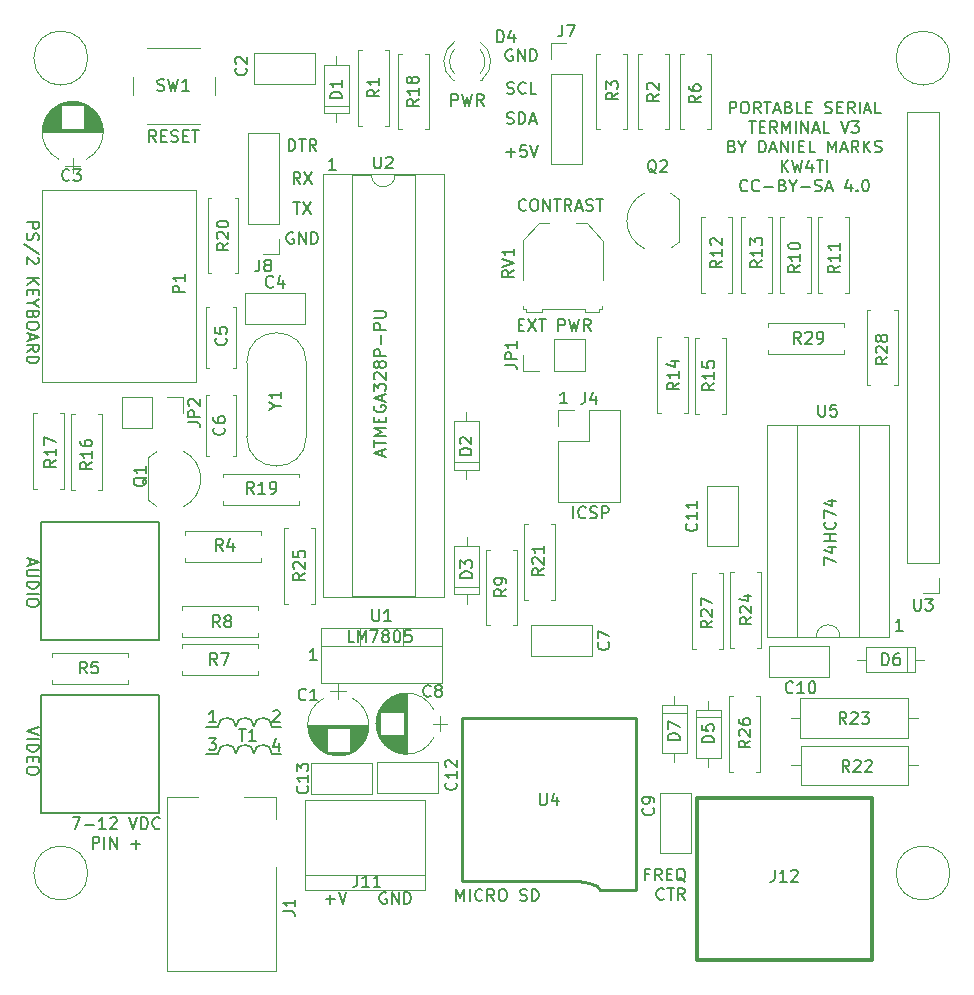
<source format=gbr>
G04 #@! TF.FileFunction,Legend,Top*
%FSLAX46Y46*%
G04 Gerber Fmt 4.6, Leading zero omitted, Abs format (unit mm)*
G04 Created by KiCad (PCBNEW 4.0.7) date 01/02/22 22:14:36*
%MOMM*%
%LPD*%
G01*
G04 APERTURE LIST*
%ADD10C,0.100000*%
%ADD11C,0.150000*%
%ADD12C,0.120000*%
%ADD13C,0.200000*%
%ADD14C,0.250000*%
%ADD15C,0.300000*%
G04 APERTURE END LIST*
D10*
D11*
X104761905Y-135103571D02*
X104428571Y-135103571D01*
X104428571Y-135627381D02*
X104428571Y-134627381D01*
X104904762Y-134627381D01*
X105857143Y-135627381D02*
X105523809Y-135151190D01*
X105285714Y-135627381D02*
X105285714Y-134627381D01*
X105666667Y-134627381D01*
X105761905Y-134675000D01*
X105809524Y-134722619D01*
X105857143Y-134817857D01*
X105857143Y-134960714D01*
X105809524Y-135055952D01*
X105761905Y-135103571D01*
X105666667Y-135151190D01*
X105285714Y-135151190D01*
X106285714Y-135103571D02*
X106619048Y-135103571D01*
X106761905Y-135627381D02*
X106285714Y-135627381D01*
X106285714Y-134627381D01*
X106761905Y-134627381D01*
X107857143Y-135722619D02*
X107761905Y-135675000D01*
X107666667Y-135579762D01*
X107523810Y-135436905D01*
X107428571Y-135389286D01*
X107333333Y-135389286D01*
X107380952Y-135627381D02*
X107285714Y-135579762D01*
X107190476Y-135484524D01*
X107142857Y-135294048D01*
X107142857Y-134960714D01*
X107190476Y-134770238D01*
X107285714Y-134675000D01*
X107380952Y-134627381D01*
X107571429Y-134627381D01*
X107666667Y-134675000D01*
X107761905Y-134770238D01*
X107809524Y-134960714D01*
X107809524Y-135294048D01*
X107761905Y-135484524D01*
X107666667Y-135579762D01*
X107571429Y-135627381D01*
X107380952Y-135627381D01*
X106047619Y-137182143D02*
X106000000Y-137229762D01*
X105857143Y-137277381D01*
X105761905Y-137277381D01*
X105619047Y-137229762D01*
X105523809Y-137134524D01*
X105476190Y-137039286D01*
X105428571Y-136848810D01*
X105428571Y-136705952D01*
X105476190Y-136515476D01*
X105523809Y-136420238D01*
X105619047Y-136325000D01*
X105761905Y-136277381D01*
X105857143Y-136277381D01*
X106000000Y-136325000D01*
X106047619Y-136372619D01*
X106333333Y-136277381D02*
X106904762Y-136277381D01*
X106619047Y-137277381D02*
X106619047Y-136277381D01*
X107809524Y-137277381D02*
X107476190Y-136801190D01*
X107238095Y-137277381D02*
X107238095Y-136277381D01*
X107619048Y-136277381D01*
X107714286Y-136325000D01*
X107761905Y-136372619D01*
X107809524Y-136467857D01*
X107809524Y-136610714D01*
X107761905Y-136705952D01*
X107714286Y-136753571D01*
X107619048Y-136801190D01*
X107238095Y-136801190D01*
X119622381Y-108895714D02*
X119622381Y-108229047D01*
X120622381Y-108657619D01*
X119955714Y-107419523D02*
X120622381Y-107419523D01*
X119574762Y-107657619D02*
X120289048Y-107895714D01*
X120289048Y-107276666D01*
X120622381Y-106895714D02*
X119622381Y-106895714D01*
X120098571Y-106895714D02*
X120098571Y-106324285D01*
X120622381Y-106324285D02*
X119622381Y-106324285D01*
X120527143Y-105276666D02*
X120574762Y-105324285D01*
X120622381Y-105467142D01*
X120622381Y-105562380D01*
X120574762Y-105705238D01*
X120479524Y-105800476D01*
X120384286Y-105848095D01*
X120193810Y-105895714D01*
X120050952Y-105895714D01*
X119860476Y-105848095D01*
X119765238Y-105800476D01*
X119670000Y-105705238D01*
X119622381Y-105562380D01*
X119622381Y-105467142D01*
X119670000Y-105324285D01*
X119717619Y-105276666D01*
X119622381Y-104943333D02*
X119622381Y-104276666D01*
X120622381Y-104705238D01*
X119955714Y-103467142D02*
X120622381Y-103467142D01*
X119574762Y-103705238D02*
X120289048Y-103943333D01*
X120289048Y-103324285D01*
X126265715Y-114472381D02*
X125694286Y-114472381D01*
X125980000Y-114472381D02*
X125980000Y-113472381D01*
X125884762Y-113615238D01*
X125789524Y-113710476D01*
X125694286Y-113758095D01*
X97855715Y-95242381D02*
X97284286Y-95242381D01*
X97570000Y-95242381D02*
X97570000Y-94242381D01*
X97474762Y-94385238D01*
X97379524Y-94480476D01*
X97284286Y-94528095D01*
X82550096Y-136660000D02*
X82454858Y-136612381D01*
X82312001Y-136612381D01*
X82169143Y-136660000D01*
X82073905Y-136755238D01*
X82026286Y-136850476D01*
X81978667Y-137040952D01*
X81978667Y-137183810D01*
X82026286Y-137374286D01*
X82073905Y-137469524D01*
X82169143Y-137564762D01*
X82312001Y-137612381D01*
X82407239Y-137612381D01*
X82550096Y-137564762D01*
X82597715Y-137517143D01*
X82597715Y-137183810D01*
X82407239Y-137183810D01*
X83026286Y-137612381D02*
X83026286Y-136612381D01*
X83597715Y-137612381D01*
X83597715Y-136612381D01*
X84073905Y-137612381D02*
X84073905Y-136612381D01*
X84312000Y-136612381D01*
X84454858Y-136660000D01*
X84550096Y-136755238D01*
X84597715Y-136850476D01*
X84645334Y-137040952D01*
X84645334Y-137183810D01*
X84597715Y-137374286D01*
X84550096Y-137469524D01*
X84454858Y-137564762D01*
X84312000Y-137612381D01*
X84073905Y-137612381D01*
X77422476Y-137231429D02*
X78184381Y-137231429D01*
X77803429Y-137612381D02*
X77803429Y-136850476D01*
X78517714Y-136612381D02*
X78851047Y-137612381D01*
X79184381Y-136612381D01*
X79833334Y-115452381D02*
X79357143Y-115452381D01*
X79357143Y-114452381D01*
X80166667Y-115452381D02*
X80166667Y-114452381D01*
X80500001Y-115166667D01*
X80833334Y-114452381D01*
X80833334Y-115452381D01*
X81214286Y-114452381D02*
X81880953Y-114452381D01*
X81452381Y-115452381D01*
X82404762Y-114880952D02*
X82309524Y-114833333D01*
X82261905Y-114785714D01*
X82214286Y-114690476D01*
X82214286Y-114642857D01*
X82261905Y-114547619D01*
X82309524Y-114500000D01*
X82404762Y-114452381D01*
X82595239Y-114452381D01*
X82690477Y-114500000D01*
X82738096Y-114547619D01*
X82785715Y-114642857D01*
X82785715Y-114690476D01*
X82738096Y-114785714D01*
X82690477Y-114833333D01*
X82595239Y-114880952D01*
X82404762Y-114880952D01*
X82309524Y-114928571D01*
X82261905Y-114976190D01*
X82214286Y-115071429D01*
X82214286Y-115261905D01*
X82261905Y-115357143D01*
X82309524Y-115404762D01*
X82404762Y-115452381D01*
X82595239Y-115452381D01*
X82690477Y-115404762D01*
X82738096Y-115357143D01*
X82785715Y-115261905D01*
X82785715Y-115071429D01*
X82738096Y-114976190D01*
X82690477Y-114928571D01*
X82595239Y-114880952D01*
X83404762Y-114452381D02*
X83500001Y-114452381D01*
X83595239Y-114500000D01*
X83642858Y-114547619D01*
X83690477Y-114642857D01*
X83738096Y-114833333D01*
X83738096Y-115071429D01*
X83690477Y-115261905D01*
X83642858Y-115357143D01*
X83595239Y-115404762D01*
X83500001Y-115452381D01*
X83404762Y-115452381D01*
X83309524Y-115404762D01*
X83261905Y-115357143D01*
X83214286Y-115261905D01*
X83166667Y-115071429D01*
X83166667Y-114833333D01*
X83214286Y-114642857D01*
X83261905Y-114547619D01*
X83309524Y-114500000D01*
X83404762Y-114452381D01*
X84642858Y-114452381D02*
X84166667Y-114452381D01*
X84119048Y-114928571D01*
X84166667Y-114880952D01*
X84261905Y-114833333D01*
X84500001Y-114833333D01*
X84595239Y-114880952D01*
X84642858Y-114928571D01*
X84690477Y-115023810D01*
X84690477Y-115261905D01*
X84642858Y-115357143D01*
X84595239Y-115404762D01*
X84500001Y-115452381D01*
X84261905Y-115452381D01*
X84166667Y-115404762D01*
X84119048Y-115357143D01*
X76675715Y-116962381D02*
X76104286Y-116962381D01*
X76390000Y-116962381D02*
X76390000Y-115962381D01*
X76294762Y-116105238D01*
X76199524Y-116200476D01*
X76104286Y-116248095D01*
X78285715Y-75452381D02*
X77714286Y-75452381D01*
X78000000Y-75452381D02*
X78000000Y-74452381D01*
X77904762Y-74595238D01*
X77809524Y-74690476D01*
X77714286Y-74738095D01*
X63063619Y-73096381D02*
X62730285Y-72620190D01*
X62492190Y-73096381D02*
X62492190Y-72096381D01*
X62873143Y-72096381D01*
X62968381Y-72144000D01*
X63016000Y-72191619D01*
X63063619Y-72286857D01*
X63063619Y-72429714D01*
X63016000Y-72524952D01*
X62968381Y-72572571D01*
X62873143Y-72620190D01*
X62492190Y-72620190D01*
X63492190Y-72572571D02*
X63825524Y-72572571D01*
X63968381Y-73096381D02*
X63492190Y-73096381D01*
X63492190Y-72096381D01*
X63968381Y-72096381D01*
X64349333Y-73048762D02*
X64492190Y-73096381D01*
X64730286Y-73096381D01*
X64825524Y-73048762D01*
X64873143Y-73001143D01*
X64920762Y-72905905D01*
X64920762Y-72810667D01*
X64873143Y-72715429D01*
X64825524Y-72667810D01*
X64730286Y-72620190D01*
X64539809Y-72572571D01*
X64444571Y-72524952D01*
X64396952Y-72477333D01*
X64349333Y-72382095D01*
X64349333Y-72286857D01*
X64396952Y-72191619D01*
X64444571Y-72144000D01*
X64539809Y-72096381D01*
X64777905Y-72096381D01*
X64920762Y-72144000D01*
X65349333Y-72572571D02*
X65682667Y-72572571D01*
X65825524Y-73096381D02*
X65349333Y-73096381D01*
X65349333Y-72096381D01*
X65825524Y-72096381D01*
X66111238Y-72096381D02*
X66682667Y-72096381D01*
X66396952Y-73096381D02*
X66396952Y-72096381D01*
X111626666Y-70692381D02*
X111626666Y-69692381D01*
X112007619Y-69692381D01*
X112102857Y-69740000D01*
X112150476Y-69787619D01*
X112198095Y-69882857D01*
X112198095Y-70025714D01*
X112150476Y-70120952D01*
X112102857Y-70168571D01*
X112007619Y-70216190D01*
X111626666Y-70216190D01*
X112817142Y-69692381D02*
X113007619Y-69692381D01*
X113102857Y-69740000D01*
X113198095Y-69835238D01*
X113245714Y-70025714D01*
X113245714Y-70359048D01*
X113198095Y-70549524D01*
X113102857Y-70644762D01*
X113007619Y-70692381D01*
X112817142Y-70692381D01*
X112721904Y-70644762D01*
X112626666Y-70549524D01*
X112579047Y-70359048D01*
X112579047Y-70025714D01*
X112626666Y-69835238D01*
X112721904Y-69740000D01*
X112817142Y-69692381D01*
X114245714Y-70692381D02*
X113912380Y-70216190D01*
X113674285Y-70692381D02*
X113674285Y-69692381D01*
X114055238Y-69692381D01*
X114150476Y-69740000D01*
X114198095Y-69787619D01*
X114245714Y-69882857D01*
X114245714Y-70025714D01*
X114198095Y-70120952D01*
X114150476Y-70168571D01*
X114055238Y-70216190D01*
X113674285Y-70216190D01*
X114531428Y-69692381D02*
X115102857Y-69692381D01*
X114817142Y-70692381D02*
X114817142Y-69692381D01*
X115388571Y-70406667D02*
X115864762Y-70406667D01*
X115293333Y-70692381D02*
X115626666Y-69692381D01*
X115960000Y-70692381D01*
X116626667Y-70168571D02*
X116769524Y-70216190D01*
X116817143Y-70263810D01*
X116864762Y-70359048D01*
X116864762Y-70501905D01*
X116817143Y-70597143D01*
X116769524Y-70644762D01*
X116674286Y-70692381D01*
X116293333Y-70692381D01*
X116293333Y-69692381D01*
X116626667Y-69692381D01*
X116721905Y-69740000D01*
X116769524Y-69787619D01*
X116817143Y-69882857D01*
X116817143Y-69978095D01*
X116769524Y-70073333D01*
X116721905Y-70120952D01*
X116626667Y-70168571D01*
X116293333Y-70168571D01*
X117769524Y-70692381D02*
X117293333Y-70692381D01*
X117293333Y-69692381D01*
X118102857Y-70168571D02*
X118436191Y-70168571D01*
X118579048Y-70692381D02*
X118102857Y-70692381D01*
X118102857Y-69692381D01*
X118579048Y-69692381D01*
X119721905Y-70644762D02*
X119864762Y-70692381D01*
X120102858Y-70692381D01*
X120198096Y-70644762D01*
X120245715Y-70597143D01*
X120293334Y-70501905D01*
X120293334Y-70406667D01*
X120245715Y-70311429D01*
X120198096Y-70263810D01*
X120102858Y-70216190D01*
X119912381Y-70168571D01*
X119817143Y-70120952D01*
X119769524Y-70073333D01*
X119721905Y-69978095D01*
X119721905Y-69882857D01*
X119769524Y-69787619D01*
X119817143Y-69740000D01*
X119912381Y-69692381D01*
X120150477Y-69692381D01*
X120293334Y-69740000D01*
X120721905Y-70168571D02*
X121055239Y-70168571D01*
X121198096Y-70692381D02*
X120721905Y-70692381D01*
X120721905Y-69692381D01*
X121198096Y-69692381D01*
X122198096Y-70692381D02*
X121864762Y-70216190D01*
X121626667Y-70692381D02*
X121626667Y-69692381D01*
X122007620Y-69692381D01*
X122102858Y-69740000D01*
X122150477Y-69787619D01*
X122198096Y-69882857D01*
X122198096Y-70025714D01*
X122150477Y-70120952D01*
X122102858Y-70168571D01*
X122007620Y-70216190D01*
X121626667Y-70216190D01*
X122626667Y-70692381D02*
X122626667Y-69692381D01*
X123055238Y-70406667D02*
X123531429Y-70406667D01*
X122960000Y-70692381D02*
X123293333Y-69692381D01*
X123626667Y-70692381D01*
X124436191Y-70692381D02*
X123960000Y-70692381D01*
X123960000Y-69692381D01*
X113269524Y-71342381D02*
X113840953Y-71342381D01*
X113555238Y-72342381D02*
X113555238Y-71342381D01*
X114174286Y-71818571D02*
X114507620Y-71818571D01*
X114650477Y-72342381D02*
X114174286Y-72342381D01*
X114174286Y-71342381D01*
X114650477Y-71342381D01*
X115650477Y-72342381D02*
X115317143Y-71866190D01*
X115079048Y-72342381D02*
X115079048Y-71342381D01*
X115460001Y-71342381D01*
X115555239Y-71390000D01*
X115602858Y-71437619D01*
X115650477Y-71532857D01*
X115650477Y-71675714D01*
X115602858Y-71770952D01*
X115555239Y-71818571D01*
X115460001Y-71866190D01*
X115079048Y-71866190D01*
X116079048Y-72342381D02*
X116079048Y-71342381D01*
X116412382Y-72056667D01*
X116745715Y-71342381D01*
X116745715Y-72342381D01*
X117221905Y-72342381D02*
X117221905Y-71342381D01*
X117698095Y-72342381D02*
X117698095Y-71342381D01*
X118269524Y-72342381D01*
X118269524Y-71342381D01*
X118698095Y-72056667D02*
X119174286Y-72056667D01*
X118602857Y-72342381D02*
X118936190Y-71342381D01*
X119269524Y-72342381D01*
X120079048Y-72342381D02*
X119602857Y-72342381D01*
X119602857Y-71342381D01*
X121031429Y-71342381D02*
X121364762Y-72342381D01*
X121698096Y-71342381D01*
X121936191Y-71342381D02*
X122555239Y-71342381D01*
X122221905Y-71723333D01*
X122364763Y-71723333D01*
X122460001Y-71770952D01*
X122507620Y-71818571D01*
X122555239Y-71913810D01*
X122555239Y-72151905D01*
X122507620Y-72247143D01*
X122460001Y-72294762D01*
X122364763Y-72342381D01*
X122079048Y-72342381D01*
X121983810Y-72294762D01*
X121936191Y-72247143D01*
X111817143Y-73468571D02*
X111960000Y-73516190D01*
X112007619Y-73563810D01*
X112055238Y-73659048D01*
X112055238Y-73801905D01*
X112007619Y-73897143D01*
X111960000Y-73944762D01*
X111864762Y-73992381D01*
X111483809Y-73992381D01*
X111483809Y-72992381D01*
X111817143Y-72992381D01*
X111912381Y-73040000D01*
X111960000Y-73087619D01*
X112007619Y-73182857D01*
X112007619Y-73278095D01*
X111960000Y-73373333D01*
X111912381Y-73420952D01*
X111817143Y-73468571D01*
X111483809Y-73468571D01*
X112674285Y-73516190D02*
X112674285Y-73992381D01*
X112340952Y-72992381D02*
X112674285Y-73516190D01*
X113007619Y-72992381D01*
X114102857Y-73992381D02*
X114102857Y-72992381D01*
X114340952Y-72992381D01*
X114483810Y-73040000D01*
X114579048Y-73135238D01*
X114626667Y-73230476D01*
X114674286Y-73420952D01*
X114674286Y-73563810D01*
X114626667Y-73754286D01*
X114579048Y-73849524D01*
X114483810Y-73944762D01*
X114340952Y-73992381D01*
X114102857Y-73992381D01*
X115055238Y-73706667D02*
X115531429Y-73706667D01*
X114960000Y-73992381D02*
X115293333Y-72992381D01*
X115626667Y-73992381D01*
X115960000Y-73992381D02*
X115960000Y-72992381D01*
X116531429Y-73992381D01*
X116531429Y-72992381D01*
X117007619Y-73992381D02*
X117007619Y-72992381D01*
X117483809Y-73468571D02*
X117817143Y-73468571D01*
X117960000Y-73992381D02*
X117483809Y-73992381D01*
X117483809Y-72992381D01*
X117960000Y-72992381D01*
X118864762Y-73992381D02*
X118388571Y-73992381D01*
X118388571Y-72992381D01*
X119960000Y-73992381D02*
X119960000Y-72992381D01*
X120293334Y-73706667D01*
X120626667Y-72992381D01*
X120626667Y-73992381D01*
X121055238Y-73706667D02*
X121531429Y-73706667D01*
X120960000Y-73992381D02*
X121293333Y-72992381D01*
X121626667Y-73992381D01*
X122531429Y-73992381D02*
X122198095Y-73516190D01*
X121960000Y-73992381D02*
X121960000Y-72992381D01*
X122340953Y-72992381D01*
X122436191Y-73040000D01*
X122483810Y-73087619D01*
X122531429Y-73182857D01*
X122531429Y-73325714D01*
X122483810Y-73420952D01*
X122436191Y-73468571D01*
X122340953Y-73516190D01*
X121960000Y-73516190D01*
X122960000Y-73992381D02*
X122960000Y-72992381D01*
X123531429Y-73992381D02*
X123102857Y-73420952D01*
X123531429Y-72992381D02*
X122960000Y-73563810D01*
X123912381Y-73944762D02*
X124055238Y-73992381D01*
X124293334Y-73992381D01*
X124388572Y-73944762D01*
X124436191Y-73897143D01*
X124483810Y-73801905D01*
X124483810Y-73706667D01*
X124436191Y-73611429D01*
X124388572Y-73563810D01*
X124293334Y-73516190D01*
X124102857Y-73468571D01*
X124007619Y-73420952D01*
X123960000Y-73373333D01*
X123912381Y-73278095D01*
X123912381Y-73182857D01*
X123960000Y-73087619D01*
X124007619Y-73040000D01*
X124102857Y-72992381D01*
X124340953Y-72992381D01*
X124483810Y-73040000D01*
X116031429Y-75642381D02*
X116031429Y-74642381D01*
X116602858Y-75642381D02*
X116174286Y-75070952D01*
X116602858Y-74642381D02*
X116031429Y-75213810D01*
X116936191Y-74642381D02*
X117174286Y-75642381D01*
X117364763Y-74928095D01*
X117555239Y-75642381D01*
X117793334Y-74642381D01*
X118602858Y-74975714D02*
X118602858Y-75642381D01*
X118364762Y-74594762D02*
X118126667Y-75309048D01*
X118745715Y-75309048D01*
X118983810Y-74642381D02*
X119555239Y-74642381D01*
X119269524Y-75642381D02*
X119269524Y-74642381D01*
X119888572Y-75642381D02*
X119888572Y-74642381D01*
X113126667Y-77197143D02*
X113079048Y-77244762D01*
X112936191Y-77292381D01*
X112840953Y-77292381D01*
X112698095Y-77244762D01*
X112602857Y-77149524D01*
X112555238Y-77054286D01*
X112507619Y-76863810D01*
X112507619Y-76720952D01*
X112555238Y-76530476D01*
X112602857Y-76435238D01*
X112698095Y-76340000D01*
X112840953Y-76292381D01*
X112936191Y-76292381D01*
X113079048Y-76340000D01*
X113126667Y-76387619D01*
X114126667Y-77197143D02*
X114079048Y-77244762D01*
X113936191Y-77292381D01*
X113840953Y-77292381D01*
X113698095Y-77244762D01*
X113602857Y-77149524D01*
X113555238Y-77054286D01*
X113507619Y-76863810D01*
X113507619Y-76720952D01*
X113555238Y-76530476D01*
X113602857Y-76435238D01*
X113698095Y-76340000D01*
X113840953Y-76292381D01*
X113936191Y-76292381D01*
X114079048Y-76340000D01*
X114126667Y-76387619D01*
X114555238Y-76911429D02*
X115317143Y-76911429D01*
X116126667Y-76768571D02*
X116269524Y-76816190D01*
X116317143Y-76863810D01*
X116364762Y-76959048D01*
X116364762Y-77101905D01*
X116317143Y-77197143D01*
X116269524Y-77244762D01*
X116174286Y-77292381D01*
X115793333Y-77292381D01*
X115793333Y-76292381D01*
X116126667Y-76292381D01*
X116221905Y-76340000D01*
X116269524Y-76387619D01*
X116317143Y-76482857D01*
X116317143Y-76578095D01*
X116269524Y-76673333D01*
X116221905Y-76720952D01*
X116126667Y-76768571D01*
X115793333Y-76768571D01*
X116983809Y-76816190D02*
X116983809Y-77292381D01*
X116650476Y-76292381D02*
X116983809Y-76816190D01*
X117317143Y-76292381D01*
X117650476Y-76911429D02*
X118412381Y-76911429D01*
X118840952Y-77244762D02*
X118983809Y-77292381D01*
X119221905Y-77292381D01*
X119317143Y-77244762D01*
X119364762Y-77197143D01*
X119412381Y-77101905D01*
X119412381Y-77006667D01*
X119364762Y-76911429D01*
X119317143Y-76863810D01*
X119221905Y-76816190D01*
X119031428Y-76768571D01*
X118936190Y-76720952D01*
X118888571Y-76673333D01*
X118840952Y-76578095D01*
X118840952Y-76482857D01*
X118888571Y-76387619D01*
X118936190Y-76340000D01*
X119031428Y-76292381D01*
X119269524Y-76292381D01*
X119412381Y-76340000D01*
X119793333Y-77006667D02*
X120269524Y-77006667D01*
X119698095Y-77292381D02*
X120031428Y-76292381D01*
X120364762Y-77292381D01*
X121888572Y-76625714D02*
X121888572Y-77292381D01*
X121650476Y-76244762D02*
X121412381Y-76959048D01*
X122031429Y-76959048D01*
X122412381Y-77197143D02*
X122460000Y-77244762D01*
X122412381Y-77292381D01*
X122364762Y-77244762D01*
X122412381Y-77197143D01*
X122412381Y-77292381D01*
X123079047Y-76292381D02*
X123174286Y-76292381D01*
X123269524Y-76340000D01*
X123317143Y-76387619D01*
X123364762Y-76482857D01*
X123412381Y-76673333D01*
X123412381Y-76911429D01*
X123364762Y-77101905D01*
X123317143Y-77197143D01*
X123269524Y-77244762D01*
X123174286Y-77292381D01*
X123079047Y-77292381D01*
X122983809Y-77244762D01*
X122936190Y-77197143D01*
X122888571Y-77101905D01*
X122840952Y-76911429D01*
X122840952Y-76673333D01*
X122888571Y-76482857D01*
X122936190Y-76387619D01*
X122983809Y-76340000D01*
X123079047Y-76292381D01*
X55995714Y-130277381D02*
X56662381Y-130277381D01*
X56233809Y-131277381D01*
X57043333Y-130896429D02*
X57805238Y-130896429D01*
X58805238Y-131277381D02*
X58233809Y-131277381D01*
X58519523Y-131277381D02*
X58519523Y-130277381D01*
X58424285Y-130420238D01*
X58329047Y-130515476D01*
X58233809Y-130563095D01*
X59186190Y-130372619D02*
X59233809Y-130325000D01*
X59329047Y-130277381D01*
X59567143Y-130277381D01*
X59662381Y-130325000D01*
X59710000Y-130372619D01*
X59757619Y-130467857D01*
X59757619Y-130563095D01*
X59710000Y-130705952D01*
X59138571Y-131277381D01*
X59757619Y-131277381D01*
X60805238Y-130277381D02*
X61138571Y-131277381D01*
X61471905Y-130277381D01*
X61805238Y-131277381D02*
X61805238Y-130277381D01*
X62043333Y-130277381D01*
X62186191Y-130325000D01*
X62281429Y-130420238D01*
X62329048Y-130515476D01*
X62376667Y-130705952D01*
X62376667Y-130848810D01*
X62329048Y-131039286D01*
X62281429Y-131134524D01*
X62186191Y-131229762D01*
X62043333Y-131277381D01*
X61805238Y-131277381D01*
X63376667Y-131182143D02*
X63329048Y-131229762D01*
X63186191Y-131277381D01*
X63090953Y-131277381D01*
X62948095Y-131229762D01*
X62852857Y-131134524D01*
X62805238Y-131039286D01*
X62757619Y-130848810D01*
X62757619Y-130705952D01*
X62805238Y-130515476D01*
X62852857Y-130420238D01*
X62948095Y-130325000D01*
X63090953Y-130277381D01*
X63186191Y-130277381D01*
X63329048Y-130325000D01*
X63376667Y-130372619D01*
X57686191Y-132927381D02*
X57686191Y-131927381D01*
X58067144Y-131927381D01*
X58162382Y-131975000D01*
X58210001Y-132022619D01*
X58257620Y-132117857D01*
X58257620Y-132260714D01*
X58210001Y-132355952D01*
X58162382Y-132403571D01*
X58067144Y-132451190D01*
X57686191Y-132451190D01*
X58686191Y-132927381D02*
X58686191Y-131927381D01*
X59162381Y-132927381D02*
X59162381Y-131927381D01*
X59733810Y-132927381D01*
X59733810Y-131927381D01*
X60971905Y-132546429D02*
X61733810Y-132546429D01*
X61352858Y-132927381D02*
X61352858Y-132165476D01*
X88495619Y-137358381D02*
X88495619Y-136358381D01*
X88828953Y-137072667D01*
X89162286Y-136358381D01*
X89162286Y-137358381D01*
X89638476Y-137358381D02*
X89638476Y-136358381D01*
X90686095Y-137263143D02*
X90638476Y-137310762D01*
X90495619Y-137358381D01*
X90400381Y-137358381D01*
X90257523Y-137310762D01*
X90162285Y-137215524D01*
X90114666Y-137120286D01*
X90067047Y-136929810D01*
X90067047Y-136786952D01*
X90114666Y-136596476D01*
X90162285Y-136501238D01*
X90257523Y-136406000D01*
X90400381Y-136358381D01*
X90495619Y-136358381D01*
X90638476Y-136406000D01*
X90686095Y-136453619D01*
X91686095Y-137358381D02*
X91352761Y-136882190D01*
X91114666Y-137358381D02*
X91114666Y-136358381D01*
X91495619Y-136358381D01*
X91590857Y-136406000D01*
X91638476Y-136453619D01*
X91686095Y-136548857D01*
X91686095Y-136691714D01*
X91638476Y-136786952D01*
X91590857Y-136834571D01*
X91495619Y-136882190D01*
X91114666Y-136882190D01*
X92305142Y-136358381D02*
X92495619Y-136358381D01*
X92590857Y-136406000D01*
X92686095Y-136501238D01*
X92733714Y-136691714D01*
X92733714Y-137025048D01*
X92686095Y-137215524D01*
X92590857Y-137310762D01*
X92495619Y-137358381D01*
X92305142Y-137358381D01*
X92209904Y-137310762D01*
X92114666Y-137215524D01*
X92067047Y-137025048D01*
X92067047Y-136691714D01*
X92114666Y-136501238D01*
X92209904Y-136406000D01*
X92305142Y-136358381D01*
X93876571Y-137310762D02*
X94019428Y-137358381D01*
X94257524Y-137358381D01*
X94352762Y-137310762D01*
X94400381Y-137263143D01*
X94448000Y-137167905D01*
X94448000Y-137072667D01*
X94400381Y-136977429D01*
X94352762Y-136929810D01*
X94257524Y-136882190D01*
X94067047Y-136834571D01*
X93971809Y-136786952D01*
X93924190Y-136739333D01*
X93876571Y-136644095D01*
X93876571Y-136548857D01*
X93924190Y-136453619D01*
X93971809Y-136406000D01*
X94067047Y-136358381D01*
X94305143Y-136358381D01*
X94448000Y-136406000D01*
X94876571Y-137358381D02*
X94876571Y-136358381D01*
X95114666Y-136358381D01*
X95257524Y-136406000D01*
X95352762Y-136501238D01*
X95400381Y-136596476D01*
X95448000Y-136786952D01*
X95448000Y-136929810D01*
X95400381Y-137120286D01*
X95352762Y-137215524D01*
X95257524Y-137310762D01*
X95114666Y-137358381D01*
X94876571Y-137358381D01*
X98383810Y-104962381D02*
X98383810Y-103962381D01*
X99431429Y-104867143D02*
X99383810Y-104914762D01*
X99240953Y-104962381D01*
X99145715Y-104962381D01*
X99002857Y-104914762D01*
X98907619Y-104819524D01*
X98860000Y-104724286D01*
X98812381Y-104533810D01*
X98812381Y-104390952D01*
X98860000Y-104200476D01*
X98907619Y-104105238D01*
X99002857Y-104010000D01*
X99145715Y-103962381D01*
X99240953Y-103962381D01*
X99383810Y-104010000D01*
X99431429Y-104057619D01*
X99812381Y-104914762D02*
X99955238Y-104962381D01*
X100193334Y-104962381D01*
X100288572Y-104914762D01*
X100336191Y-104867143D01*
X100383810Y-104771905D01*
X100383810Y-104676667D01*
X100336191Y-104581429D01*
X100288572Y-104533810D01*
X100193334Y-104486190D01*
X100002857Y-104438571D01*
X99907619Y-104390952D01*
X99860000Y-104343333D01*
X99812381Y-104248095D01*
X99812381Y-104152857D01*
X99860000Y-104057619D01*
X99907619Y-104010000D01*
X100002857Y-103962381D01*
X100240953Y-103962381D01*
X100383810Y-104010000D01*
X100812381Y-104962381D02*
X100812381Y-103962381D01*
X101193334Y-103962381D01*
X101288572Y-104010000D01*
X101336191Y-104057619D01*
X101383810Y-104152857D01*
X101383810Y-104295714D01*
X101336191Y-104390952D01*
X101288572Y-104438571D01*
X101193334Y-104486190D01*
X100812381Y-104486190D01*
X93750190Y-88574571D02*
X94083524Y-88574571D01*
X94226381Y-89098381D02*
X93750190Y-89098381D01*
X93750190Y-88098381D01*
X94226381Y-88098381D01*
X94559714Y-88098381D02*
X95226381Y-89098381D01*
X95226381Y-88098381D02*
X94559714Y-89098381D01*
X95464476Y-88098381D02*
X96035905Y-88098381D01*
X95750190Y-89098381D02*
X95750190Y-88098381D01*
X97131143Y-89098381D02*
X97131143Y-88098381D01*
X97512096Y-88098381D01*
X97607334Y-88146000D01*
X97654953Y-88193619D01*
X97702572Y-88288857D01*
X97702572Y-88431714D01*
X97654953Y-88526952D01*
X97607334Y-88574571D01*
X97512096Y-88622190D01*
X97131143Y-88622190D01*
X98035905Y-88098381D02*
X98274000Y-89098381D01*
X98464477Y-88384095D01*
X98654953Y-89098381D01*
X98893048Y-88098381D01*
X99845429Y-89098381D02*
X99512095Y-88622190D01*
X99274000Y-89098381D02*
X99274000Y-88098381D01*
X99654953Y-88098381D01*
X99750191Y-88146000D01*
X99797810Y-88193619D01*
X99845429Y-88288857D01*
X99845429Y-88431714D01*
X99797810Y-88526952D01*
X99750191Y-88574571D01*
X99654953Y-88622190D01*
X99274000Y-88622190D01*
X94377238Y-78843143D02*
X94329619Y-78890762D01*
X94186762Y-78938381D01*
X94091524Y-78938381D01*
X93948666Y-78890762D01*
X93853428Y-78795524D01*
X93805809Y-78700286D01*
X93758190Y-78509810D01*
X93758190Y-78366952D01*
X93805809Y-78176476D01*
X93853428Y-78081238D01*
X93948666Y-77986000D01*
X94091524Y-77938381D01*
X94186762Y-77938381D01*
X94329619Y-77986000D01*
X94377238Y-78033619D01*
X94996285Y-77938381D02*
X95186762Y-77938381D01*
X95282000Y-77986000D01*
X95377238Y-78081238D01*
X95424857Y-78271714D01*
X95424857Y-78605048D01*
X95377238Y-78795524D01*
X95282000Y-78890762D01*
X95186762Y-78938381D01*
X94996285Y-78938381D01*
X94901047Y-78890762D01*
X94805809Y-78795524D01*
X94758190Y-78605048D01*
X94758190Y-78271714D01*
X94805809Y-78081238D01*
X94901047Y-77986000D01*
X94996285Y-77938381D01*
X95853428Y-78938381D02*
X95853428Y-77938381D01*
X96424857Y-78938381D01*
X96424857Y-77938381D01*
X96758190Y-77938381D02*
X97329619Y-77938381D01*
X97043904Y-78938381D02*
X97043904Y-77938381D01*
X98234381Y-78938381D02*
X97901047Y-78462190D01*
X97662952Y-78938381D02*
X97662952Y-77938381D01*
X98043905Y-77938381D01*
X98139143Y-77986000D01*
X98186762Y-78033619D01*
X98234381Y-78128857D01*
X98234381Y-78271714D01*
X98186762Y-78366952D01*
X98139143Y-78414571D01*
X98043905Y-78462190D01*
X97662952Y-78462190D01*
X98615333Y-78652667D02*
X99091524Y-78652667D01*
X98520095Y-78938381D02*
X98853428Y-77938381D01*
X99186762Y-78938381D01*
X99472476Y-78890762D02*
X99615333Y-78938381D01*
X99853429Y-78938381D01*
X99948667Y-78890762D01*
X99996286Y-78843143D01*
X100043905Y-78747905D01*
X100043905Y-78652667D01*
X99996286Y-78557429D01*
X99948667Y-78509810D01*
X99853429Y-78462190D01*
X99662952Y-78414571D01*
X99567714Y-78366952D01*
X99520095Y-78319333D01*
X99472476Y-78224095D01*
X99472476Y-78128857D01*
X99520095Y-78033619D01*
X99567714Y-77986000D01*
X99662952Y-77938381D01*
X99901048Y-77938381D01*
X100043905Y-77986000D01*
X100329619Y-77938381D02*
X100901048Y-77938381D01*
X100615333Y-78938381D02*
X100615333Y-77938381D01*
X88074667Y-70048381D02*
X88074667Y-69048381D01*
X88455620Y-69048381D01*
X88550858Y-69096000D01*
X88598477Y-69143619D01*
X88646096Y-69238857D01*
X88646096Y-69381714D01*
X88598477Y-69476952D01*
X88550858Y-69524571D01*
X88455620Y-69572190D01*
X88074667Y-69572190D01*
X88979429Y-69048381D02*
X89217524Y-70048381D01*
X89408001Y-69334095D01*
X89598477Y-70048381D01*
X89836572Y-69048381D01*
X90788953Y-70048381D02*
X90455619Y-69572190D01*
X90217524Y-70048381D02*
X90217524Y-69048381D01*
X90598477Y-69048381D01*
X90693715Y-69096000D01*
X90741334Y-69143619D01*
X90788953Y-69238857D01*
X90788953Y-69381714D01*
X90741334Y-69476952D01*
X90693715Y-69524571D01*
X90598477Y-69572190D01*
X90217524Y-69572190D01*
X93218096Y-65286000D02*
X93122858Y-65238381D01*
X92980001Y-65238381D01*
X92837143Y-65286000D01*
X92741905Y-65381238D01*
X92694286Y-65476476D01*
X92646667Y-65666952D01*
X92646667Y-65809810D01*
X92694286Y-66000286D01*
X92741905Y-66095524D01*
X92837143Y-66190762D01*
X92980001Y-66238381D01*
X93075239Y-66238381D01*
X93218096Y-66190762D01*
X93265715Y-66143143D01*
X93265715Y-65809810D01*
X93075239Y-65809810D01*
X93694286Y-66238381D02*
X93694286Y-65238381D01*
X94265715Y-66238381D01*
X94265715Y-65238381D01*
X94741905Y-66238381D02*
X94741905Y-65238381D01*
X94980000Y-65238381D01*
X95122858Y-65286000D01*
X95218096Y-65381238D01*
X95265715Y-65476476D01*
X95313334Y-65666952D01*
X95313334Y-65809810D01*
X95265715Y-66000286D01*
X95218096Y-66095524D01*
X95122858Y-66190762D01*
X94980000Y-66238381D01*
X94741905Y-66238381D01*
X92789524Y-68984762D02*
X92932381Y-69032381D01*
X93170477Y-69032381D01*
X93265715Y-68984762D01*
X93313334Y-68937143D01*
X93360953Y-68841905D01*
X93360953Y-68746667D01*
X93313334Y-68651429D01*
X93265715Y-68603810D01*
X93170477Y-68556190D01*
X92980000Y-68508571D01*
X92884762Y-68460952D01*
X92837143Y-68413333D01*
X92789524Y-68318095D01*
X92789524Y-68222857D01*
X92837143Y-68127619D01*
X92884762Y-68080000D01*
X92980000Y-68032381D01*
X93218096Y-68032381D01*
X93360953Y-68080000D01*
X94360953Y-68937143D02*
X94313334Y-68984762D01*
X94170477Y-69032381D01*
X94075239Y-69032381D01*
X93932381Y-68984762D01*
X93837143Y-68889524D01*
X93789524Y-68794286D01*
X93741905Y-68603810D01*
X93741905Y-68460952D01*
X93789524Y-68270476D01*
X93837143Y-68175238D01*
X93932381Y-68080000D01*
X94075239Y-68032381D01*
X94170477Y-68032381D01*
X94313334Y-68080000D01*
X94360953Y-68127619D01*
X95265715Y-69032381D02*
X94789524Y-69032381D01*
X94789524Y-68032381D01*
X92765714Y-71524762D02*
X92908571Y-71572381D01*
X93146667Y-71572381D01*
X93241905Y-71524762D01*
X93289524Y-71477143D01*
X93337143Y-71381905D01*
X93337143Y-71286667D01*
X93289524Y-71191429D01*
X93241905Y-71143810D01*
X93146667Y-71096190D01*
X92956190Y-71048571D01*
X92860952Y-71000952D01*
X92813333Y-70953333D01*
X92765714Y-70858095D01*
X92765714Y-70762857D01*
X92813333Y-70667619D01*
X92860952Y-70620000D01*
X92956190Y-70572381D01*
X93194286Y-70572381D01*
X93337143Y-70620000D01*
X93765714Y-71572381D02*
X93765714Y-70572381D01*
X94003809Y-70572381D01*
X94146667Y-70620000D01*
X94241905Y-70715238D01*
X94289524Y-70810476D01*
X94337143Y-71000952D01*
X94337143Y-71143810D01*
X94289524Y-71334286D01*
X94241905Y-71429524D01*
X94146667Y-71524762D01*
X94003809Y-71572381D01*
X93765714Y-71572381D01*
X94718095Y-71286667D02*
X95194286Y-71286667D01*
X94622857Y-71572381D02*
X94956190Y-70572381D01*
X95289524Y-71572381D01*
X92694286Y-73985429D02*
X93456191Y-73985429D01*
X93075239Y-74366381D02*
X93075239Y-73604476D01*
X94408572Y-73366381D02*
X93932381Y-73366381D01*
X93884762Y-73842571D01*
X93932381Y-73794952D01*
X94027619Y-73747333D01*
X94265715Y-73747333D01*
X94360953Y-73794952D01*
X94408572Y-73842571D01*
X94456191Y-73937810D01*
X94456191Y-74175905D01*
X94408572Y-74271143D01*
X94360953Y-74318762D01*
X94265715Y-74366381D01*
X94027619Y-74366381D01*
X93932381Y-74318762D01*
X93884762Y-74271143D01*
X94741905Y-73366381D02*
X95075238Y-74366381D01*
X95408572Y-73366381D01*
X74295143Y-73858381D02*
X74295143Y-72858381D01*
X74533238Y-72858381D01*
X74676096Y-72906000D01*
X74771334Y-73001238D01*
X74818953Y-73096476D01*
X74866572Y-73286952D01*
X74866572Y-73429810D01*
X74818953Y-73620286D01*
X74771334Y-73715524D01*
X74676096Y-73810762D01*
X74533238Y-73858381D01*
X74295143Y-73858381D01*
X75152286Y-72858381D02*
X75723715Y-72858381D01*
X75438000Y-73858381D02*
X75438000Y-72858381D01*
X76628477Y-73858381D02*
X76295143Y-73382190D01*
X76057048Y-73858381D02*
X76057048Y-72858381D01*
X76438001Y-72858381D01*
X76533239Y-72906000D01*
X76580858Y-72953619D01*
X76628477Y-73048857D01*
X76628477Y-73191714D01*
X76580858Y-73286952D01*
X76533239Y-73334571D01*
X76438001Y-73382190D01*
X76057048Y-73382190D01*
X75271334Y-76652381D02*
X74938000Y-76176190D01*
X74699905Y-76652381D02*
X74699905Y-75652381D01*
X75080858Y-75652381D01*
X75176096Y-75700000D01*
X75223715Y-75747619D01*
X75271334Y-75842857D01*
X75271334Y-75985714D01*
X75223715Y-76080952D01*
X75176096Y-76128571D01*
X75080858Y-76176190D01*
X74699905Y-76176190D01*
X75604667Y-75652381D02*
X76271334Y-76652381D01*
X76271334Y-75652381D02*
X75604667Y-76652381D01*
X74676095Y-78192381D02*
X75247524Y-78192381D01*
X74961809Y-79192381D02*
X74961809Y-78192381D01*
X75485619Y-78192381D02*
X76152286Y-79192381D01*
X76152286Y-78192381D02*
X75485619Y-79192381D01*
X74676096Y-80780000D02*
X74580858Y-80732381D01*
X74438001Y-80732381D01*
X74295143Y-80780000D01*
X74199905Y-80875238D01*
X74152286Y-80970476D01*
X74104667Y-81160952D01*
X74104667Y-81303810D01*
X74152286Y-81494286D01*
X74199905Y-81589524D01*
X74295143Y-81684762D01*
X74438001Y-81732381D01*
X74533239Y-81732381D01*
X74676096Y-81684762D01*
X74723715Y-81637143D01*
X74723715Y-81303810D01*
X74533239Y-81303810D01*
X75152286Y-81732381D02*
X75152286Y-80732381D01*
X75723715Y-81732381D01*
X75723715Y-80732381D01*
X76199905Y-81732381D02*
X76199905Y-80732381D01*
X76438000Y-80732381D01*
X76580858Y-80780000D01*
X76676096Y-80875238D01*
X76723715Y-80970476D01*
X76771334Y-81160952D01*
X76771334Y-81303810D01*
X76723715Y-81494286D01*
X76676096Y-81589524D01*
X76580858Y-81684762D01*
X76438000Y-81732381D01*
X76199905Y-81732381D01*
X52125619Y-79899619D02*
X53125619Y-79899619D01*
X53125619Y-80280572D01*
X53078000Y-80375810D01*
X53030381Y-80423429D01*
X52935143Y-80471048D01*
X52792286Y-80471048D01*
X52697048Y-80423429D01*
X52649429Y-80375810D01*
X52601810Y-80280572D01*
X52601810Y-79899619D01*
X52173238Y-80852000D02*
X52125619Y-80994857D01*
X52125619Y-81232953D01*
X52173238Y-81328191D01*
X52220857Y-81375810D01*
X52316095Y-81423429D01*
X52411333Y-81423429D01*
X52506571Y-81375810D01*
X52554190Y-81328191D01*
X52601810Y-81232953D01*
X52649429Y-81042476D01*
X52697048Y-80947238D01*
X52744667Y-80899619D01*
X52839905Y-80852000D01*
X52935143Y-80852000D01*
X53030381Y-80899619D01*
X53078000Y-80947238D01*
X53125619Y-81042476D01*
X53125619Y-81280572D01*
X53078000Y-81423429D01*
X53173238Y-82566286D02*
X51887524Y-81709143D01*
X53030381Y-82852000D02*
X53078000Y-82899619D01*
X53125619Y-82994857D01*
X53125619Y-83232953D01*
X53078000Y-83328191D01*
X53030381Y-83375810D01*
X52935143Y-83423429D01*
X52839905Y-83423429D01*
X52697048Y-83375810D01*
X52125619Y-82804381D01*
X52125619Y-83423429D01*
X52125619Y-84613905D02*
X53125619Y-84613905D01*
X52125619Y-85185334D02*
X52697048Y-84756762D01*
X53125619Y-85185334D02*
X52554190Y-84613905D01*
X52649429Y-85613905D02*
X52649429Y-85947239D01*
X52125619Y-86090096D02*
X52125619Y-85613905D01*
X53125619Y-85613905D01*
X53125619Y-86090096D01*
X52601810Y-86709143D02*
X52125619Y-86709143D01*
X53125619Y-86375810D02*
X52601810Y-86709143D01*
X53125619Y-87042477D01*
X52649429Y-87709144D02*
X52601810Y-87852001D01*
X52554190Y-87899620D01*
X52458952Y-87947239D01*
X52316095Y-87947239D01*
X52220857Y-87899620D01*
X52173238Y-87852001D01*
X52125619Y-87756763D01*
X52125619Y-87375810D01*
X53125619Y-87375810D01*
X53125619Y-87709144D01*
X53078000Y-87804382D01*
X53030381Y-87852001D01*
X52935143Y-87899620D01*
X52839905Y-87899620D01*
X52744667Y-87852001D01*
X52697048Y-87804382D01*
X52649429Y-87709144D01*
X52649429Y-87375810D01*
X53125619Y-88566286D02*
X53125619Y-88756763D01*
X53078000Y-88852001D01*
X52982762Y-88947239D01*
X52792286Y-88994858D01*
X52458952Y-88994858D01*
X52268476Y-88947239D01*
X52173238Y-88852001D01*
X52125619Y-88756763D01*
X52125619Y-88566286D01*
X52173238Y-88471048D01*
X52268476Y-88375810D01*
X52458952Y-88328191D01*
X52792286Y-88328191D01*
X52982762Y-88375810D01*
X53078000Y-88471048D01*
X53125619Y-88566286D01*
X52411333Y-89375810D02*
X52411333Y-89852001D01*
X52125619Y-89280572D02*
X53125619Y-89613905D01*
X52125619Y-89947239D01*
X52125619Y-90852001D02*
X52601810Y-90518667D01*
X52125619Y-90280572D02*
X53125619Y-90280572D01*
X53125619Y-90661525D01*
X53078000Y-90756763D01*
X53030381Y-90804382D01*
X52935143Y-90852001D01*
X52792286Y-90852001D01*
X52697048Y-90804382D01*
X52649429Y-90756763D01*
X52601810Y-90661525D01*
X52601810Y-90280572D01*
X52125619Y-91280572D02*
X53125619Y-91280572D01*
X53125619Y-91518667D01*
X53078000Y-91661525D01*
X52982762Y-91756763D01*
X52887524Y-91804382D01*
X52697048Y-91852001D01*
X52554190Y-91852001D01*
X52363714Y-91804382D01*
X52268476Y-91756763D01*
X52173238Y-91661525D01*
X52125619Y-91518667D01*
X52125619Y-91280572D01*
X52413333Y-108396191D02*
X52413333Y-108872382D01*
X52127619Y-108300953D02*
X53127619Y-108634286D01*
X52127619Y-108967620D01*
X53127619Y-109300953D02*
X52318095Y-109300953D01*
X52222857Y-109348572D01*
X52175238Y-109396191D01*
X52127619Y-109491429D01*
X52127619Y-109681906D01*
X52175238Y-109777144D01*
X52222857Y-109824763D01*
X52318095Y-109872382D01*
X53127619Y-109872382D01*
X52127619Y-110348572D02*
X53127619Y-110348572D01*
X53127619Y-110586667D01*
X53080000Y-110729525D01*
X52984762Y-110824763D01*
X52889524Y-110872382D01*
X52699048Y-110920001D01*
X52556190Y-110920001D01*
X52365714Y-110872382D01*
X52270476Y-110824763D01*
X52175238Y-110729525D01*
X52127619Y-110586667D01*
X52127619Y-110348572D01*
X52127619Y-111348572D02*
X53127619Y-111348572D01*
X53127619Y-112015238D02*
X53127619Y-112205715D01*
X53080000Y-112300953D01*
X52984762Y-112396191D01*
X52794286Y-112443810D01*
X52460952Y-112443810D01*
X52270476Y-112396191D01*
X52175238Y-112300953D01*
X52127619Y-112205715D01*
X52127619Y-112015238D01*
X52175238Y-111920000D01*
X52270476Y-111824762D01*
X52460952Y-111777143D01*
X52794286Y-111777143D01*
X52984762Y-111824762D01*
X53080000Y-111920000D01*
X53127619Y-112015238D01*
X53127619Y-122672381D02*
X52127619Y-123005714D01*
X53127619Y-123339048D01*
X52127619Y-123672381D02*
X53127619Y-123672381D01*
X52127619Y-124148571D02*
X53127619Y-124148571D01*
X53127619Y-124386666D01*
X53080000Y-124529524D01*
X52984762Y-124624762D01*
X52889524Y-124672381D01*
X52699048Y-124720000D01*
X52556190Y-124720000D01*
X52365714Y-124672381D01*
X52270476Y-124624762D01*
X52175238Y-124529524D01*
X52127619Y-124386666D01*
X52127619Y-124148571D01*
X52651429Y-125148571D02*
X52651429Y-125481905D01*
X52127619Y-125624762D02*
X52127619Y-125148571D01*
X53127619Y-125148571D01*
X53127619Y-125624762D01*
X53127619Y-126243809D02*
X53127619Y-126434286D01*
X53080000Y-126529524D01*
X52984762Y-126624762D01*
X52794286Y-126672381D01*
X52460952Y-126672381D01*
X52270476Y-126624762D01*
X52175238Y-126529524D01*
X52127619Y-126434286D01*
X52127619Y-126243809D01*
X52175238Y-126148571D01*
X52270476Y-126053333D01*
X52460952Y-126005714D01*
X52794286Y-126005714D01*
X52984762Y-126053333D01*
X53080000Y-126148571D01*
X53127619Y-126243809D01*
X82216667Y-99662857D02*
X82216667Y-99186666D01*
X82502381Y-99758095D02*
X81502381Y-99424762D01*
X82502381Y-99091428D01*
X81502381Y-98900952D02*
X81502381Y-98329523D01*
X82502381Y-98615238D02*
X81502381Y-98615238D01*
X82502381Y-97996190D02*
X81502381Y-97996190D01*
X82216667Y-97662856D01*
X81502381Y-97329523D01*
X82502381Y-97329523D01*
X81978571Y-96853333D02*
X81978571Y-96519999D01*
X82502381Y-96377142D02*
X82502381Y-96853333D01*
X81502381Y-96853333D01*
X81502381Y-96377142D01*
X81550000Y-95424761D02*
X81502381Y-95519999D01*
X81502381Y-95662856D01*
X81550000Y-95805714D01*
X81645238Y-95900952D01*
X81740476Y-95948571D01*
X81930952Y-95996190D01*
X82073810Y-95996190D01*
X82264286Y-95948571D01*
X82359524Y-95900952D01*
X82454762Y-95805714D01*
X82502381Y-95662856D01*
X82502381Y-95567618D01*
X82454762Y-95424761D01*
X82407143Y-95377142D01*
X82073810Y-95377142D01*
X82073810Y-95567618D01*
X82216667Y-94996190D02*
X82216667Y-94519999D01*
X82502381Y-95091428D02*
X81502381Y-94758095D01*
X82502381Y-94424761D01*
X81502381Y-94186666D02*
X81502381Y-93567618D01*
X81883333Y-93900952D01*
X81883333Y-93758094D01*
X81930952Y-93662856D01*
X81978571Y-93615237D01*
X82073810Y-93567618D01*
X82311905Y-93567618D01*
X82407143Y-93615237D01*
X82454762Y-93662856D01*
X82502381Y-93758094D01*
X82502381Y-94043809D01*
X82454762Y-94139047D01*
X82407143Y-94186666D01*
X81597619Y-93186666D02*
X81550000Y-93139047D01*
X81502381Y-93043809D01*
X81502381Y-92805713D01*
X81550000Y-92710475D01*
X81597619Y-92662856D01*
X81692857Y-92615237D01*
X81788095Y-92615237D01*
X81930952Y-92662856D01*
X82502381Y-93234285D01*
X82502381Y-92615237D01*
X81930952Y-92043809D02*
X81883333Y-92139047D01*
X81835714Y-92186666D01*
X81740476Y-92234285D01*
X81692857Y-92234285D01*
X81597619Y-92186666D01*
X81550000Y-92139047D01*
X81502381Y-92043809D01*
X81502381Y-91853332D01*
X81550000Y-91758094D01*
X81597619Y-91710475D01*
X81692857Y-91662856D01*
X81740476Y-91662856D01*
X81835714Y-91710475D01*
X81883333Y-91758094D01*
X81930952Y-91853332D01*
X81930952Y-92043809D01*
X81978571Y-92139047D01*
X82026190Y-92186666D01*
X82121429Y-92234285D01*
X82311905Y-92234285D01*
X82407143Y-92186666D01*
X82454762Y-92139047D01*
X82502381Y-92043809D01*
X82502381Y-91853332D01*
X82454762Y-91758094D01*
X82407143Y-91710475D01*
X82311905Y-91662856D01*
X82121429Y-91662856D01*
X82026190Y-91710475D01*
X81978571Y-91758094D01*
X81930952Y-91853332D01*
X82502381Y-91234285D02*
X81502381Y-91234285D01*
X81502381Y-90853332D01*
X81550000Y-90758094D01*
X81597619Y-90710475D01*
X81692857Y-90662856D01*
X81835714Y-90662856D01*
X81930952Y-90710475D01*
X81978571Y-90758094D01*
X82026190Y-90853332D01*
X82026190Y-91234285D01*
X82121429Y-90234285D02*
X82121429Y-89472380D01*
X82502381Y-88996190D02*
X81502381Y-88996190D01*
X81502381Y-88615237D01*
X81550000Y-88519999D01*
X81597619Y-88472380D01*
X81692857Y-88424761D01*
X81835714Y-88424761D01*
X81930952Y-88472380D01*
X81978571Y-88519999D01*
X82026190Y-88615237D01*
X82026190Y-88996190D01*
X81502381Y-87996190D02*
X82311905Y-87996190D01*
X82407143Y-87948571D01*
X82454762Y-87900952D01*
X82502381Y-87805714D01*
X82502381Y-87615237D01*
X82454762Y-87519999D01*
X82407143Y-87472380D01*
X82311905Y-87424761D01*
X81502381Y-87424761D01*
D12*
X114850000Y-79460000D02*
X115180000Y-79460000D01*
X115180000Y-79460000D02*
X115180000Y-85880000D01*
X115180000Y-85880000D02*
X114850000Y-85880000D01*
X112890000Y-79460000D02*
X112560000Y-79460000D01*
X112560000Y-79460000D02*
X112560000Y-85880000D01*
X112560000Y-85880000D02*
X112890000Y-85880000D01*
X93310000Y-107610000D02*
X93640000Y-107610000D01*
X93640000Y-107610000D02*
X93640000Y-114030000D01*
X93640000Y-114030000D02*
X93310000Y-114030000D01*
X91350000Y-107610000D02*
X91020000Y-107610000D01*
X91020000Y-107610000D02*
X91020000Y-114030000D01*
X91020000Y-114030000D02*
X91350000Y-114030000D01*
X79659723Y-124785722D02*
G75*
G03X79660000Y-120174420I-1179723J2305722D01*
G01*
X77300277Y-124785722D02*
G75*
G02X77300000Y-120174420I1179723J2305722D01*
G01*
X77300277Y-124785722D02*
G75*
G03X79660000Y-124785580I1179723J2305722D01*
G01*
X81030000Y-122480000D02*
X75930000Y-122480000D01*
X81030000Y-122520000D02*
X75930000Y-122520000D01*
X81029000Y-122560000D02*
X75931000Y-122560000D01*
X81028000Y-122600000D02*
X75932000Y-122600000D01*
X81026000Y-122640000D02*
X75934000Y-122640000D01*
X81023000Y-122680000D02*
X75937000Y-122680000D01*
X81019000Y-122720000D02*
X75941000Y-122720000D01*
X81015000Y-122760000D02*
X79460000Y-122760000D01*
X77500000Y-122760000D02*
X75945000Y-122760000D01*
X81011000Y-122800000D02*
X79460000Y-122800000D01*
X77500000Y-122800000D02*
X75949000Y-122800000D01*
X81005000Y-122840000D02*
X79460000Y-122840000D01*
X77500000Y-122840000D02*
X75955000Y-122840000D01*
X80999000Y-122880000D02*
X79460000Y-122880000D01*
X77500000Y-122880000D02*
X75961000Y-122880000D01*
X80993000Y-122920000D02*
X79460000Y-122920000D01*
X77500000Y-122920000D02*
X75967000Y-122920000D01*
X80986000Y-122960000D02*
X79460000Y-122960000D01*
X77500000Y-122960000D02*
X75974000Y-122960000D01*
X80978000Y-123000000D02*
X79460000Y-123000000D01*
X77500000Y-123000000D02*
X75982000Y-123000000D01*
X80969000Y-123040000D02*
X79460000Y-123040000D01*
X77500000Y-123040000D02*
X75991000Y-123040000D01*
X80960000Y-123080000D02*
X79460000Y-123080000D01*
X77500000Y-123080000D02*
X76000000Y-123080000D01*
X80950000Y-123120000D02*
X79460000Y-123120000D01*
X77500000Y-123120000D02*
X76010000Y-123120000D01*
X80940000Y-123160000D02*
X79460000Y-123160000D01*
X77500000Y-123160000D02*
X76020000Y-123160000D01*
X80928000Y-123201000D02*
X79460000Y-123201000D01*
X77500000Y-123201000D02*
X76032000Y-123201000D01*
X80916000Y-123241000D02*
X79460000Y-123241000D01*
X77500000Y-123241000D02*
X76044000Y-123241000D01*
X80904000Y-123281000D02*
X79460000Y-123281000D01*
X77500000Y-123281000D02*
X76056000Y-123281000D01*
X80890000Y-123321000D02*
X79460000Y-123321000D01*
X77500000Y-123321000D02*
X76070000Y-123321000D01*
X80876000Y-123361000D02*
X79460000Y-123361000D01*
X77500000Y-123361000D02*
X76084000Y-123361000D01*
X80862000Y-123401000D02*
X79460000Y-123401000D01*
X77500000Y-123401000D02*
X76098000Y-123401000D01*
X80846000Y-123441000D02*
X79460000Y-123441000D01*
X77500000Y-123441000D02*
X76114000Y-123441000D01*
X80830000Y-123481000D02*
X79460000Y-123481000D01*
X77500000Y-123481000D02*
X76130000Y-123481000D01*
X80813000Y-123521000D02*
X79460000Y-123521000D01*
X77500000Y-123521000D02*
X76147000Y-123521000D01*
X80795000Y-123561000D02*
X79460000Y-123561000D01*
X77500000Y-123561000D02*
X76165000Y-123561000D01*
X80776000Y-123601000D02*
X79460000Y-123601000D01*
X77500000Y-123601000D02*
X76184000Y-123601000D01*
X80756000Y-123641000D02*
X79460000Y-123641000D01*
X77500000Y-123641000D02*
X76204000Y-123641000D01*
X80736000Y-123681000D02*
X79460000Y-123681000D01*
X77500000Y-123681000D02*
X76224000Y-123681000D01*
X80714000Y-123721000D02*
X79460000Y-123721000D01*
X77500000Y-123721000D02*
X76246000Y-123721000D01*
X80692000Y-123761000D02*
X79460000Y-123761000D01*
X77500000Y-123761000D02*
X76268000Y-123761000D01*
X80669000Y-123801000D02*
X79460000Y-123801000D01*
X77500000Y-123801000D02*
X76291000Y-123801000D01*
X80645000Y-123841000D02*
X79460000Y-123841000D01*
X77500000Y-123841000D02*
X76315000Y-123841000D01*
X80620000Y-123881000D02*
X79460000Y-123881000D01*
X77500000Y-123881000D02*
X76340000Y-123881000D01*
X80593000Y-123921000D02*
X79460000Y-123921000D01*
X77500000Y-123921000D02*
X76367000Y-123921000D01*
X80566000Y-123961000D02*
X79460000Y-123961000D01*
X77500000Y-123961000D02*
X76394000Y-123961000D01*
X80538000Y-124001000D02*
X79460000Y-124001000D01*
X77500000Y-124001000D02*
X76422000Y-124001000D01*
X80508000Y-124041000D02*
X79460000Y-124041000D01*
X77500000Y-124041000D02*
X76452000Y-124041000D01*
X80477000Y-124081000D02*
X79460000Y-124081000D01*
X77500000Y-124081000D02*
X76483000Y-124081000D01*
X80445000Y-124121000D02*
X79460000Y-124121000D01*
X77500000Y-124121000D02*
X76515000Y-124121000D01*
X80412000Y-124161000D02*
X79460000Y-124161000D01*
X77500000Y-124161000D02*
X76548000Y-124161000D01*
X80377000Y-124201000D02*
X79460000Y-124201000D01*
X77500000Y-124201000D02*
X76583000Y-124201000D01*
X80341000Y-124241000D02*
X79460000Y-124241000D01*
X77500000Y-124241000D02*
X76619000Y-124241000D01*
X80303000Y-124281000D02*
X79460000Y-124281000D01*
X77500000Y-124281000D02*
X76657000Y-124281000D01*
X80263000Y-124321000D02*
X79460000Y-124321000D01*
X77500000Y-124321000D02*
X76697000Y-124321000D01*
X80222000Y-124361000D02*
X79460000Y-124361000D01*
X77500000Y-124361000D02*
X76738000Y-124361000D01*
X80179000Y-124401000D02*
X79460000Y-124401000D01*
X77500000Y-124401000D02*
X76781000Y-124401000D01*
X80134000Y-124441000D02*
X79460000Y-124441000D01*
X77500000Y-124441000D02*
X76826000Y-124441000D01*
X80086000Y-124481000D02*
X79460000Y-124481000D01*
X77500000Y-124481000D02*
X76874000Y-124481000D01*
X80036000Y-124521000D02*
X79460000Y-124521000D01*
X77500000Y-124521000D02*
X76924000Y-124521000D01*
X79984000Y-124561000D02*
X79460000Y-124561000D01*
X77500000Y-124561000D02*
X76976000Y-124561000D01*
X79928000Y-124601000D02*
X79460000Y-124601000D01*
X77500000Y-124601000D02*
X77032000Y-124601000D01*
X79870000Y-124641000D02*
X79460000Y-124641000D01*
X77500000Y-124641000D02*
X77090000Y-124641000D01*
X79807000Y-124681000D02*
X79460000Y-124681000D01*
X77500000Y-124681000D02*
X77153000Y-124681000D01*
X79741000Y-124721000D02*
X77219000Y-124721000D01*
X79669000Y-124761000D02*
X77291000Y-124761000D01*
X79592000Y-124801000D02*
X77368000Y-124801000D01*
X79508000Y-124841000D02*
X77452000Y-124841000D01*
X79414000Y-124881000D02*
X77546000Y-124881000D01*
X79309000Y-124921000D02*
X77651000Y-124921000D01*
X79187000Y-124961000D02*
X77773000Y-124961000D01*
X79039000Y-125001000D02*
X77921000Y-125001000D01*
X78834000Y-125041000D02*
X78126000Y-125041000D01*
X78480000Y-119030000D02*
X78480000Y-120230000D01*
X79130000Y-119630000D02*
X77830000Y-119630000D01*
X76480000Y-68210000D02*
X71360000Y-68210000D01*
X76480000Y-65590000D02*
X71360000Y-65590000D01*
X76480000Y-68210000D02*
X76480000Y-65590000D01*
X71360000Y-68210000D02*
X71360000Y-65590000D01*
X54820277Y-69944278D02*
G75*
G03X54820000Y-74555580I1179723J-2305722D01*
G01*
X57179723Y-69944278D02*
G75*
G02X57180000Y-74555580I-1179723J-2305722D01*
G01*
X57179723Y-69944278D02*
G75*
G03X54820000Y-69944420I-1179723J-2305722D01*
G01*
X53450000Y-72250000D02*
X58550000Y-72250000D01*
X53450000Y-72210000D02*
X58550000Y-72210000D01*
X53451000Y-72170000D02*
X58549000Y-72170000D01*
X53452000Y-72130000D02*
X58548000Y-72130000D01*
X53454000Y-72090000D02*
X58546000Y-72090000D01*
X53457000Y-72050000D02*
X58543000Y-72050000D01*
X53461000Y-72010000D02*
X58539000Y-72010000D01*
X53465000Y-71970000D02*
X55020000Y-71970000D01*
X56980000Y-71970000D02*
X58535000Y-71970000D01*
X53469000Y-71930000D02*
X55020000Y-71930000D01*
X56980000Y-71930000D02*
X58531000Y-71930000D01*
X53475000Y-71890000D02*
X55020000Y-71890000D01*
X56980000Y-71890000D02*
X58525000Y-71890000D01*
X53481000Y-71850000D02*
X55020000Y-71850000D01*
X56980000Y-71850000D02*
X58519000Y-71850000D01*
X53487000Y-71810000D02*
X55020000Y-71810000D01*
X56980000Y-71810000D02*
X58513000Y-71810000D01*
X53494000Y-71770000D02*
X55020000Y-71770000D01*
X56980000Y-71770000D02*
X58506000Y-71770000D01*
X53502000Y-71730000D02*
X55020000Y-71730000D01*
X56980000Y-71730000D02*
X58498000Y-71730000D01*
X53511000Y-71690000D02*
X55020000Y-71690000D01*
X56980000Y-71690000D02*
X58489000Y-71690000D01*
X53520000Y-71650000D02*
X55020000Y-71650000D01*
X56980000Y-71650000D02*
X58480000Y-71650000D01*
X53530000Y-71610000D02*
X55020000Y-71610000D01*
X56980000Y-71610000D02*
X58470000Y-71610000D01*
X53540000Y-71570000D02*
X55020000Y-71570000D01*
X56980000Y-71570000D02*
X58460000Y-71570000D01*
X53552000Y-71529000D02*
X55020000Y-71529000D01*
X56980000Y-71529000D02*
X58448000Y-71529000D01*
X53564000Y-71489000D02*
X55020000Y-71489000D01*
X56980000Y-71489000D02*
X58436000Y-71489000D01*
X53576000Y-71449000D02*
X55020000Y-71449000D01*
X56980000Y-71449000D02*
X58424000Y-71449000D01*
X53590000Y-71409000D02*
X55020000Y-71409000D01*
X56980000Y-71409000D02*
X58410000Y-71409000D01*
X53604000Y-71369000D02*
X55020000Y-71369000D01*
X56980000Y-71369000D02*
X58396000Y-71369000D01*
X53618000Y-71329000D02*
X55020000Y-71329000D01*
X56980000Y-71329000D02*
X58382000Y-71329000D01*
X53634000Y-71289000D02*
X55020000Y-71289000D01*
X56980000Y-71289000D02*
X58366000Y-71289000D01*
X53650000Y-71249000D02*
X55020000Y-71249000D01*
X56980000Y-71249000D02*
X58350000Y-71249000D01*
X53667000Y-71209000D02*
X55020000Y-71209000D01*
X56980000Y-71209000D02*
X58333000Y-71209000D01*
X53685000Y-71169000D02*
X55020000Y-71169000D01*
X56980000Y-71169000D02*
X58315000Y-71169000D01*
X53704000Y-71129000D02*
X55020000Y-71129000D01*
X56980000Y-71129000D02*
X58296000Y-71129000D01*
X53724000Y-71089000D02*
X55020000Y-71089000D01*
X56980000Y-71089000D02*
X58276000Y-71089000D01*
X53744000Y-71049000D02*
X55020000Y-71049000D01*
X56980000Y-71049000D02*
X58256000Y-71049000D01*
X53766000Y-71009000D02*
X55020000Y-71009000D01*
X56980000Y-71009000D02*
X58234000Y-71009000D01*
X53788000Y-70969000D02*
X55020000Y-70969000D01*
X56980000Y-70969000D02*
X58212000Y-70969000D01*
X53811000Y-70929000D02*
X55020000Y-70929000D01*
X56980000Y-70929000D02*
X58189000Y-70929000D01*
X53835000Y-70889000D02*
X55020000Y-70889000D01*
X56980000Y-70889000D02*
X58165000Y-70889000D01*
X53860000Y-70849000D02*
X55020000Y-70849000D01*
X56980000Y-70849000D02*
X58140000Y-70849000D01*
X53887000Y-70809000D02*
X55020000Y-70809000D01*
X56980000Y-70809000D02*
X58113000Y-70809000D01*
X53914000Y-70769000D02*
X55020000Y-70769000D01*
X56980000Y-70769000D02*
X58086000Y-70769000D01*
X53942000Y-70729000D02*
X55020000Y-70729000D01*
X56980000Y-70729000D02*
X58058000Y-70729000D01*
X53972000Y-70689000D02*
X55020000Y-70689000D01*
X56980000Y-70689000D02*
X58028000Y-70689000D01*
X54003000Y-70649000D02*
X55020000Y-70649000D01*
X56980000Y-70649000D02*
X57997000Y-70649000D01*
X54035000Y-70609000D02*
X55020000Y-70609000D01*
X56980000Y-70609000D02*
X57965000Y-70609000D01*
X54068000Y-70569000D02*
X55020000Y-70569000D01*
X56980000Y-70569000D02*
X57932000Y-70569000D01*
X54103000Y-70529000D02*
X55020000Y-70529000D01*
X56980000Y-70529000D02*
X57897000Y-70529000D01*
X54139000Y-70489000D02*
X55020000Y-70489000D01*
X56980000Y-70489000D02*
X57861000Y-70489000D01*
X54177000Y-70449000D02*
X55020000Y-70449000D01*
X56980000Y-70449000D02*
X57823000Y-70449000D01*
X54217000Y-70409000D02*
X55020000Y-70409000D01*
X56980000Y-70409000D02*
X57783000Y-70409000D01*
X54258000Y-70369000D02*
X55020000Y-70369000D01*
X56980000Y-70369000D02*
X57742000Y-70369000D01*
X54301000Y-70329000D02*
X55020000Y-70329000D01*
X56980000Y-70329000D02*
X57699000Y-70329000D01*
X54346000Y-70289000D02*
X55020000Y-70289000D01*
X56980000Y-70289000D02*
X57654000Y-70289000D01*
X54394000Y-70249000D02*
X55020000Y-70249000D01*
X56980000Y-70249000D02*
X57606000Y-70249000D01*
X54444000Y-70209000D02*
X55020000Y-70209000D01*
X56980000Y-70209000D02*
X57556000Y-70209000D01*
X54496000Y-70169000D02*
X55020000Y-70169000D01*
X56980000Y-70169000D02*
X57504000Y-70169000D01*
X54552000Y-70129000D02*
X55020000Y-70129000D01*
X56980000Y-70129000D02*
X57448000Y-70129000D01*
X54610000Y-70089000D02*
X55020000Y-70089000D01*
X56980000Y-70089000D02*
X57390000Y-70089000D01*
X54673000Y-70049000D02*
X55020000Y-70049000D01*
X56980000Y-70049000D02*
X57327000Y-70049000D01*
X54739000Y-70009000D02*
X57261000Y-70009000D01*
X54811000Y-69969000D02*
X57189000Y-69969000D01*
X54888000Y-69929000D02*
X57112000Y-69929000D01*
X54972000Y-69889000D02*
X57028000Y-69889000D01*
X55066000Y-69849000D02*
X56934000Y-69849000D01*
X55171000Y-69809000D02*
X56829000Y-69809000D01*
X55293000Y-69769000D02*
X56707000Y-69769000D01*
X55441000Y-69729000D02*
X56559000Y-69729000D01*
X55646000Y-69689000D02*
X56354000Y-69689000D01*
X56000000Y-75700000D02*
X56000000Y-74500000D01*
X55350000Y-75100000D02*
X56650000Y-75100000D01*
X75710000Y-88510000D02*
X70590000Y-88510000D01*
X75710000Y-85890000D02*
X70590000Y-85890000D01*
X75710000Y-88510000D02*
X75710000Y-85890000D01*
X70590000Y-88510000D02*
X70590000Y-85890000D01*
X69870000Y-87110000D02*
X69870000Y-92230000D01*
X67250000Y-87110000D02*
X67250000Y-92230000D01*
X69870000Y-87110000D02*
X69556000Y-87110000D01*
X67564000Y-87110000D02*
X67250000Y-87110000D01*
X69870000Y-92230000D02*
X69556000Y-92230000D01*
X67564000Y-92230000D02*
X67250000Y-92230000D01*
X69870000Y-94540000D02*
X69870000Y-99660000D01*
X67250000Y-94540000D02*
X67250000Y-99660000D01*
X69870000Y-94540000D02*
X69556000Y-94540000D01*
X67564000Y-94540000D02*
X67250000Y-94540000D01*
X69870000Y-99660000D02*
X69556000Y-99660000D01*
X67564000Y-99660000D02*
X67250000Y-99660000D01*
X94840000Y-114030000D02*
X99960000Y-114030000D01*
X94840000Y-116650000D02*
X99960000Y-116650000D01*
X94840000Y-114030000D02*
X94840000Y-116650000D01*
X99960000Y-114030000D02*
X99960000Y-116650000D01*
X81964278Y-123529723D02*
G75*
G03X86575580Y-123530000I2305722J1179723D01*
G01*
X81964278Y-121170277D02*
G75*
G02X86575580Y-121170000I2305722J-1179723D01*
G01*
X81964278Y-121170277D02*
G75*
G03X81964420Y-123530000I2305722J-1179723D01*
G01*
X84270000Y-124900000D02*
X84270000Y-119800000D01*
X84230000Y-124900000D02*
X84230000Y-119800000D01*
X84190000Y-124899000D02*
X84190000Y-119801000D01*
X84150000Y-124898000D02*
X84150000Y-119802000D01*
X84110000Y-124896000D02*
X84110000Y-119804000D01*
X84070000Y-124893000D02*
X84070000Y-119807000D01*
X84030000Y-124889000D02*
X84030000Y-119811000D01*
X83990000Y-124885000D02*
X83990000Y-123330000D01*
X83990000Y-121370000D02*
X83990000Y-119815000D01*
X83950000Y-124881000D02*
X83950000Y-123330000D01*
X83950000Y-121370000D02*
X83950000Y-119819000D01*
X83910000Y-124875000D02*
X83910000Y-123330000D01*
X83910000Y-121370000D02*
X83910000Y-119825000D01*
X83870000Y-124869000D02*
X83870000Y-123330000D01*
X83870000Y-121370000D02*
X83870000Y-119831000D01*
X83830000Y-124863000D02*
X83830000Y-123330000D01*
X83830000Y-121370000D02*
X83830000Y-119837000D01*
X83790000Y-124856000D02*
X83790000Y-123330000D01*
X83790000Y-121370000D02*
X83790000Y-119844000D01*
X83750000Y-124848000D02*
X83750000Y-123330000D01*
X83750000Y-121370000D02*
X83750000Y-119852000D01*
X83710000Y-124839000D02*
X83710000Y-123330000D01*
X83710000Y-121370000D02*
X83710000Y-119861000D01*
X83670000Y-124830000D02*
X83670000Y-123330000D01*
X83670000Y-121370000D02*
X83670000Y-119870000D01*
X83630000Y-124820000D02*
X83630000Y-123330000D01*
X83630000Y-121370000D02*
X83630000Y-119880000D01*
X83590000Y-124810000D02*
X83590000Y-123330000D01*
X83590000Y-121370000D02*
X83590000Y-119890000D01*
X83549000Y-124798000D02*
X83549000Y-123330000D01*
X83549000Y-121370000D02*
X83549000Y-119902000D01*
X83509000Y-124786000D02*
X83509000Y-123330000D01*
X83509000Y-121370000D02*
X83509000Y-119914000D01*
X83469000Y-124774000D02*
X83469000Y-123330000D01*
X83469000Y-121370000D02*
X83469000Y-119926000D01*
X83429000Y-124760000D02*
X83429000Y-123330000D01*
X83429000Y-121370000D02*
X83429000Y-119940000D01*
X83389000Y-124746000D02*
X83389000Y-123330000D01*
X83389000Y-121370000D02*
X83389000Y-119954000D01*
X83349000Y-124732000D02*
X83349000Y-123330000D01*
X83349000Y-121370000D02*
X83349000Y-119968000D01*
X83309000Y-124716000D02*
X83309000Y-123330000D01*
X83309000Y-121370000D02*
X83309000Y-119984000D01*
X83269000Y-124700000D02*
X83269000Y-123330000D01*
X83269000Y-121370000D02*
X83269000Y-120000000D01*
X83229000Y-124683000D02*
X83229000Y-123330000D01*
X83229000Y-121370000D02*
X83229000Y-120017000D01*
X83189000Y-124665000D02*
X83189000Y-123330000D01*
X83189000Y-121370000D02*
X83189000Y-120035000D01*
X83149000Y-124646000D02*
X83149000Y-123330000D01*
X83149000Y-121370000D02*
X83149000Y-120054000D01*
X83109000Y-124626000D02*
X83109000Y-123330000D01*
X83109000Y-121370000D02*
X83109000Y-120074000D01*
X83069000Y-124606000D02*
X83069000Y-123330000D01*
X83069000Y-121370000D02*
X83069000Y-120094000D01*
X83029000Y-124584000D02*
X83029000Y-123330000D01*
X83029000Y-121370000D02*
X83029000Y-120116000D01*
X82989000Y-124562000D02*
X82989000Y-123330000D01*
X82989000Y-121370000D02*
X82989000Y-120138000D01*
X82949000Y-124539000D02*
X82949000Y-123330000D01*
X82949000Y-121370000D02*
X82949000Y-120161000D01*
X82909000Y-124515000D02*
X82909000Y-123330000D01*
X82909000Y-121370000D02*
X82909000Y-120185000D01*
X82869000Y-124490000D02*
X82869000Y-123330000D01*
X82869000Y-121370000D02*
X82869000Y-120210000D01*
X82829000Y-124463000D02*
X82829000Y-123330000D01*
X82829000Y-121370000D02*
X82829000Y-120237000D01*
X82789000Y-124436000D02*
X82789000Y-123330000D01*
X82789000Y-121370000D02*
X82789000Y-120264000D01*
X82749000Y-124408000D02*
X82749000Y-123330000D01*
X82749000Y-121370000D02*
X82749000Y-120292000D01*
X82709000Y-124378000D02*
X82709000Y-123330000D01*
X82709000Y-121370000D02*
X82709000Y-120322000D01*
X82669000Y-124347000D02*
X82669000Y-123330000D01*
X82669000Y-121370000D02*
X82669000Y-120353000D01*
X82629000Y-124315000D02*
X82629000Y-123330000D01*
X82629000Y-121370000D02*
X82629000Y-120385000D01*
X82589000Y-124282000D02*
X82589000Y-123330000D01*
X82589000Y-121370000D02*
X82589000Y-120418000D01*
X82549000Y-124247000D02*
X82549000Y-123330000D01*
X82549000Y-121370000D02*
X82549000Y-120453000D01*
X82509000Y-124211000D02*
X82509000Y-123330000D01*
X82509000Y-121370000D02*
X82509000Y-120489000D01*
X82469000Y-124173000D02*
X82469000Y-123330000D01*
X82469000Y-121370000D02*
X82469000Y-120527000D01*
X82429000Y-124133000D02*
X82429000Y-123330000D01*
X82429000Y-121370000D02*
X82429000Y-120567000D01*
X82389000Y-124092000D02*
X82389000Y-123330000D01*
X82389000Y-121370000D02*
X82389000Y-120608000D01*
X82349000Y-124049000D02*
X82349000Y-123330000D01*
X82349000Y-121370000D02*
X82349000Y-120651000D01*
X82309000Y-124004000D02*
X82309000Y-123330000D01*
X82309000Y-121370000D02*
X82309000Y-120696000D01*
X82269000Y-123956000D02*
X82269000Y-123330000D01*
X82269000Y-121370000D02*
X82269000Y-120744000D01*
X82229000Y-123906000D02*
X82229000Y-123330000D01*
X82229000Y-121370000D02*
X82229000Y-120794000D01*
X82189000Y-123854000D02*
X82189000Y-123330000D01*
X82189000Y-121370000D02*
X82189000Y-120846000D01*
X82149000Y-123798000D02*
X82149000Y-123330000D01*
X82149000Y-121370000D02*
X82149000Y-120902000D01*
X82109000Y-123740000D02*
X82109000Y-123330000D01*
X82109000Y-121370000D02*
X82109000Y-120960000D01*
X82069000Y-123677000D02*
X82069000Y-123330000D01*
X82069000Y-121370000D02*
X82069000Y-121023000D01*
X82029000Y-123611000D02*
X82029000Y-121089000D01*
X81989000Y-123539000D02*
X81989000Y-121161000D01*
X81949000Y-123462000D02*
X81949000Y-121238000D01*
X81909000Y-123378000D02*
X81909000Y-121322000D01*
X81869000Y-123284000D02*
X81869000Y-121416000D01*
X81829000Y-123179000D02*
X81829000Y-121521000D01*
X81789000Y-123057000D02*
X81789000Y-121643000D01*
X81749000Y-122909000D02*
X81749000Y-121791000D01*
X81709000Y-122704000D02*
X81709000Y-121996000D01*
X87720000Y-122350000D02*
X86520000Y-122350000D01*
X87120000Y-123000000D02*
X87120000Y-121700000D01*
X77270000Y-70680000D02*
X79390000Y-70680000D01*
X79390000Y-70680000D02*
X79390000Y-66560000D01*
X79390000Y-66560000D02*
X77270000Y-66560000D01*
X77270000Y-66560000D02*
X77270000Y-70680000D01*
X78330000Y-71450000D02*
X78330000Y-70680000D01*
X78330000Y-65790000D02*
X78330000Y-66560000D01*
X77270000Y-70020000D02*
X79390000Y-70020000D01*
X88280000Y-100850000D02*
X90400000Y-100850000D01*
X90400000Y-100850000D02*
X90400000Y-96730000D01*
X90400000Y-96730000D02*
X88280000Y-96730000D01*
X88280000Y-96730000D02*
X88280000Y-100850000D01*
X89340000Y-101620000D02*
X89340000Y-100850000D01*
X89340000Y-95960000D02*
X89340000Y-96730000D01*
X88280000Y-100190000D02*
X90400000Y-100190000D01*
X88320000Y-111410000D02*
X90440000Y-111410000D01*
X90440000Y-111410000D02*
X90440000Y-107290000D01*
X90440000Y-107290000D02*
X88320000Y-107290000D01*
X88320000Y-107290000D02*
X88320000Y-111410000D01*
X89380000Y-112180000D02*
X89380000Y-111410000D01*
X89380000Y-106520000D02*
X89380000Y-107290000D01*
X88320000Y-110750000D02*
X90440000Y-110750000D01*
X73220000Y-134460000D02*
X73220000Y-143260000D01*
X73220000Y-143260000D02*
X64020000Y-143260000D01*
X70520000Y-128560000D02*
X73220000Y-128560000D01*
X73220000Y-128560000D02*
X73220000Y-130460000D01*
X64020000Y-143260000D02*
X64020000Y-128560000D01*
X64020000Y-128560000D02*
X66620000Y-128560000D01*
X130286000Y-66000000D02*
G75*
G03X130286000Y-66000000I-2286000J0D01*
G01*
X57286000Y-66000000D02*
G75*
G03X57286000Y-66000000I-2286000J0D01*
G01*
X97120000Y-103570000D02*
X102320000Y-103570000D01*
X97120000Y-98430000D02*
X97120000Y-103570000D01*
X102320000Y-95830000D02*
X102320000Y-103570000D01*
X97120000Y-98430000D02*
X99720000Y-98430000D01*
X99720000Y-98430000D02*
X99720000Y-95830000D01*
X99720000Y-95830000D02*
X102320000Y-95830000D01*
X97120000Y-97160000D02*
X97120000Y-95830000D01*
X97120000Y-95830000D02*
X98450000Y-95830000D01*
X130286000Y-135000000D02*
G75*
G03X130286000Y-135000000I-2286000J0D01*
G01*
X57286000Y-135000000D02*
G75*
G03X57286000Y-135000000I-2286000J0D01*
G01*
X96460000Y-74990000D02*
X99120000Y-74990000D01*
X96460000Y-67310000D02*
X96460000Y-74990000D01*
X99120000Y-67310000D02*
X99120000Y-74990000D01*
X96460000Y-67310000D02*
X99120000Y-67310000D01*
X96460000Y-66040000D02*
X96460000Y-64710000D01*
X96460000Y-64710000D02*
X97790000Y-64710000D01*
X73466000Y-72330000D02*
X70806000Y-72330000D01*
X73466000Y-80010000D02*
X73466000Y-72330000D01*
X70806000Y-80010000D02*
X70806000Y-72330000D01*
X73466000Y-80010000D02*
X70806000Y-80010000D01*
X73466000Y-81280000D02*
X73466000Y-82610000D01*
X73466000Y-82610000D02*
X72136000Y-82610000D01*
D13*
X53340000Y-115310000D02*
X53340000Y-105310000D01*
X53340000Y-105310000D02*
X63340000Y-105310000D01*
X63340000Y-105310000D02*
X63340000Y-115310000D01*
X63340000Y-115310000D02*
X53340000Y-115310000D01*
X53340000Y-129950000D02*
X53340000Y-119950000D01*
X53340000Y-119950000D02*
X63340000Y-119950000D01*
X63340000Y-119950000D02*
X63340000Y-129950000D01*
X63340000Y-129950000D02*
X53340000Y-129950000D01*
D12*
X99350000Y-92470000D02*
X99350000Y-89810000D01*
X96750000Y-92470000D02*
X99350000Y-92470000D01*
X96750000Y-89810000D02*
X99350000Y-89810000D01*
X96750000Y-92470000D02*
X96750000Y-89810000D01*
X95480000Y-92470000D02*
X94150000Y-92470000D01*
X94150000Y-92470000D02*
X94150000Y-91140000D01*
X66430000Y-93410000D02*
X53430000Y-93410000D01*
X66430000Y-77210000D02*
X53430000Y-77210000D01*
X66430000Y-77210000D02*
X66430000Y-93410000D01*
X53430000Y-77210000D02*
X53430000Y-93410000D01*
X82440000Y-65290000D02*
X82770000Y-65290000D01*
X82770000Y-65290000D02*
X82770000Y-71710000D01*
X82770000Y-71710000D02*
X82440000Y-71710000D01*
X80480000Y-65290000D02*
X80150000Y-65290000D01*
X80150000Y-65290000D02*
X80150000Y-71710000D01*
X80150000Y-71710000D02*
X80480000Y-71710000D01*
X106136000Y-65624000D02*
X106466000Y-65624000D01*
X106466000Y-65624000D02*
X106466000Y-72044000D01*
X106466000Y-72044000D02*
X106136000Y-72044000D01*
X104176000Y-65624000D02*
X103846000Y-65624000D01*
X103846000Y-65624000D02*
X103846000Y-72044000D01*
X103846000Y-72044000D02*
X104176000Y-72044000D01*
X102580000Y-65624000D02*
X102910000Y-65624000D01*
X102910000Y-65624000D02*
X102910000Y-72044000D01*
X102910000Y-72044000D02*
X102580000Y-72044000D01*
X100620000Y-65624000D02*
X100290000Y-65624000D01*
X100290000Y-65624000D02*
X100290000Y-72044000D01*
X100290000Y-72044000D02*
X100620000Y-72044000D01*
X65520000Y-106390000D02*
X65520000Y-106060000D01*
X65520000Y-106060000D02*
X71940000Y-106060000D01*
X71940000Y-106060000D02*
X71940000Y-106390000D01*
X65520000Y-108350000D02*
X65520000Y-108680000D01*
X65520000Y-108680000D02*
X71940000Y-108680000D01*
X71940000Y-108680000D02*
X71940000Y-108350000D01*
X54280000Y-116670000D02*
X54280000Y-116340000D01*
X54280000Y-116340000D02*
X60700000Y-116340000D01*
X60700000Y-116340000D02*
X60700000Y-116670000D01*
X54280000Y-118630000D02*
X54280000Y-118960000D01*
X54280000Y-118960000D02*
X60700000Y-118960000D01*
X60700000Y-118960000D02*
X60700000Y-118630000D01*
X107732000Y-72044000D02*
X107402000Y-72044000D01*
X107402000Y-72044000D02*
X107402000Y-65624000D01*
X107402000Y-65624000D02*
X107732000Y-65624000D01*
X109692000Y-72044000D02*
X110022000Y-72044000D01*
X110022000Y-72044000D02*
X110022000Y-65624000D01*
X110022000Y-65624000D02*
X109692000Y-65624000D01*
X65250000Y-115950000D02*
X65250000Y-115620000D01*
X65250000Y-115620000D02*
X71670000Y-115620000D01*
X71670000Y-115620000D02*
X71670000Y-115950000D01*
X65250000Y-117910000D02*
X65250000Y-118240000D01*
X65250000Y-118240000D02*
X71670000Y-118240000D01*
X71670000Y-118240000D02*
X71670000Y-117910000D01*
X65280000Y-112710000D02*
X65280000Y-112380000D01*
X65280000Y-112380000D02*
X71700000Y-112380000D01*
X71700000Y-112380000D02*
X71700000Y-112710000D01*
X65280000Y-114670000D02*
X65280000Y-115000000D01*
X65280000Y-115000000D02*
X71700000Y-115000000D01*
X71700000Y-115000000D02*
X71700000Y-114670000D01*
X116200000Y-85900000D02*
X115870000Y-85900000D01*
X115870000Y-85900000D02*
X115870000Y-79480000D01*
X115870000Y-79480000D02*
X116200000Y-79480000D01*
X118160000Y-85900000D02*
X118490000Y-85900000D01*
X118490000Y-85900000D02*
X118490000Y-79480000D01*
X118490000Y-79480000D02*
X118160000Y-79480000D01*
X121370000Y-79470000D02*
X121700000Y-79470000D01*
X121700000Y-79470000D02*
X121700000Y-85890000D01*
X121700000Y-85890000D02*
X121370000Y-85890000D01*
X119410000Y-79470000D02*
X119080000Y-79470000D01*
X119080000Y-79470000D02*
X119080000Y-85890000D01*
X119080000Y-85890000D02*
X119410000Y-85890000D01*
X109560000Y-85880000D02*
X109230000Y-85880000D01*
X109230000Y-85880000D02*
X109230000Y-79460000D01*
X109230000Y-79460000D02*
X109560000Y-79460000D01*
X111520000Y-85880000D02*
X111850000Y-85880000D01*
X111850000Y-85880000D02*
X111850000Y-79460000D01*
X111850000Y-79460000D02*
X111520000Y-79460000D01*
X107790000Y-89640000D02*
X108120000Y-89640000D01*
X108120000Y-89640000D02*
X108120000Y-96060000D01*
X108120000Y-96060000D02*
X107790000Y-96060000D01*
X105830000Y-89640000D02*
X105500000Y-89640000D01*
X105500000Y-89640000D02*
X105500000Y-96060000D01*
X105500000Y-96060000D02*
X105830000Y-96060000D01*
X109050000Y-96100000D02*
X108720000Y-96100000D01*
X108720000Y-96100000D02*
X108720000Y-89680000D01*
X108720000Y-89680000D02*
X109050000Y-89680000D01*
X111010000Y-96100000D02*
X111340000Y-96100000D01*
X111340000Y-96100000D02*
X111340000Y-89680000D01*
X111340000Y-89680000D02*
X111010000Y-89680000D01*
X56210000Y-102530000D02*
X55880000Y-102530000D01*
X55880000Y-102530000D02*
X55880000Y-96110000D01*
X55880000Y-96110000D02*
X56210000Y-96110000D01*
X58170000Y-102530000D02*
X58500000Y-102530000D01*
X58500000Y-102530000D02*
X58500000Y-96110000D01*
X58500000Y-96110000D02*
X58170000Y-96110000D01*
X54950000Y-96060000D02*
X55280000Y-96060000D01*
X55280000Y-96060000D02*
X55280000Y-102480000D01*
X55280000Y-102480000D02*
X54950000Y-102480000D01*
X52990000Y-96060000D02*
X52660000Y-96060000D01*
X52660000Y-96060000D02*
X52660000Y-102480000D01*
X52660000Y-102480000D02*
X52990000Y-102480000D01*
X100846000Y-87002000D02*
X100846000Y-87252000D01*
X100846000Y-87252000D02*
X100596000Y-87252000D01*
X100596000Y-87252000D02*
X100596000Y-87502000D01*
X100596000Y-87502000D02*
X99346000Y-87502000D01*
X99346000Y-87502000D02*
X99346000Y-87252000D01*
X99346000Y-87252000D02*
X95696000Y-87252000D01*
X95696000Y-87252000D02*
X95696000Y-87502000D01*
X95696000Y-87502000D02*
X94396000Y-87502000D01*
X94396000Y-87502000D02*
X94396000Y-87252000D01*
X94396000Y-87252000D02*
X94096000Y-87252000D01*
X94096000Y-87252000D02*
X94096000Y-87002000D01*
X98646000Y-79952000D02*
X99546000Y-79952000D01*
X99546000Y-79952000D02*
X100896000Y-81452000D01*
X100896000Y-81452000D02*
X100896000Y-84752000D01*
X94096000Y-84752000D02*
X94096000Y-81402000D01*
X94096000Y-81402000D02*
X95446000Y-79952000D01*
X95446000Y-79952000D02*
X96346000Y-79952000D01*
X66818000Y-65112000D02*
X62318000Y-65112000D01*
X68068000Y-69112000D02*
X68068000Y-67612000D01*
X62318000Y-71612000D02*
X66818000Y-71612000D01*
X61068000Y-67612000D02*
X61068000Y-69112000D01*
X77020000Y-114230000D02*
X87260000Y-114230000D01*
X77020000Y-118871000D02*
X87260000Y-118871000D01*
X77020000Y-114230000D02*
X77020000Y-118871000D01*
X87260000Y-114230000D02*
X87260000Y-118871000D01*
X77020000Y-115740000D02*
X87260000Y-115740000D01*
X80290000Y-114230000D02*
X80290000Y-115740000D01*
X83991000Y-114230000D02*
X83991000Y-115740000D01*
X83296000Y-75886000D02*
G75*
G02X81296000Y-75886000I-1000000J0D01*
G01*
X81296000Y-75886000D02*
X79646000Y-75886000D01*
X79646000Y-75886000D02*
X79646000Y-111566000D01*
X79646000Y-111566000D02*
X84946000Y-111566000D01*
X84946000Y-111566000D02*
X84946000Y-75886000D01*
X84946000Y-75886000D02*
X83296000Y-75886000D01*
X77156000Y-75826000D02*
X77156000Y-111626000D01*
X77156000Y-111626000D02*
X87436000Y-111626000D01*
X87436000Y-111626000D02*
X87436000Y-75826000D01*
X87436000Y-75826000D02*
X77156000Y-75826000D01*
X129330000Y-70570000D02*
X126670000Y-70570000D01*
X129330000Y-108730000D02*
X129330000Y-70570000D01*
X126670000Y-108730000D02*
X126670000Y-70570000D01*
X129330000Y-108730000D02*
X126670000Y-108730000D01*
X129330000Y-110000000D02*
X129330000Y-111330000D01*
X129330000Y-111330000D02*
X128000000Y-111330000D01*
D14*
X88960000Y-135700000D02*
X98660000Y-135700000D01*
X98660000Y-135700000D02*
X99360000Y-135800000D01*
X99360000Y-135800000D02*
X99960000Y-135900000D01*
X99960000Y-135900000D02*
X100360000Y-136100000D01*
X100360000Y-136100000D02*
X100660000Y-136400000D01*
X100660000Y-136400000D02*
X103660000Y-136400000D01*
X103660000Y-136400000D02*
X103660000Y-121900000D01*
X88960000Y-121900000D02*
X103660000Y-121900000D01*
X88960000Y-121900000D02*
X88960000Y-135700000D01*
D12*
X70735000Y-98025000D02*
X70735000Y-91775000D01*
X75785000Y-98025000D02*
X75785000Y-91775000D01*
X75785000Y-98025000D02*
G75*
G02X70735000Y-98025000I-2525000J0D01*
G01*
X75785000Y-91775000D02*
G75*
G03X70735000Y-91775000I-2525000J0D01*
G01*
X88329392Y-64621665D02*
G75*
G03X88172484Y-67854000I1078608J-1672335D01*
G01*
X90486608Y-64621665D02*
G75*
G02X90643516Y-67854000I-1078608J-1672335D01*
G01*
X88328163Y-65252870D02*
G75*
G03X88328000Y-67334961I1079837J-1041130D01*
G01*
X90487837Y-65252870D02*
G75*
G02X90488000Y-67334961I-1079837J-1041130D01*
G01*
X88172000Y-67854000D02*
X88328000Y-67854000D01*
X90488000Y-67854000D02*
X90644000Y-67854000D01*
X85816000Y-65624000D02*
X86146000Y-65624000D01*
X86146000Y-65624000D02*
X86146000Y-72044000D01*
X86146000Y-72044000D02*
X85816000Y-72044000D01*
X83856000Y-65624000D02*
X83526000Y-65624000D01*
X83526000Y-65624000D02*
X83526000Y-72044000D01*
X83526000Y-72044000D02*
X83856000Y-72044000D01*
X62410000Y-99840000D02*
X62410000Y-103440000D01*
X63137205Y-99315816D02*
G75*
G03X62410000Y-99840000I1122795J-2324184D01*
G01*
X65358807Y-99283600D02*
G75*
G02X66860000Y-101640000I-1098807J-2356400D01*
G01*
X65358807Y-103996400D02*
G75*
G03X66860000Y-101640000I-1098807J2356400D01*
G01*
X63137205Y-103964184D02*
G75*
G02X62410000Y-103440000I1122795J2324184D01*
G01*
X68710000Y-101510000D02*
X68710000Y-101180000D01*
X68710000Y-101180000D02*
X75130000Y-101180000D01*
X75130000Y-101180000D02*
X75130000Y-101510000D01*
X68710000Y-103470000D02*
X68710000Y-103800000D01*
X68710000Y-103800000D02*
X75130000Y-103800000D01*
X75130000Y-103800000D02*
X75130000Y-103470000D01*
X60138000Y-94682000D02*
X60138000Y-97342000D01*
X62738000Y-94682000D02*
X60138000Y-94682000D01*
X62738000Y-97342000D02*
X60138000Y-97342000D01*
X62738000Y-94682000D02*
X62738000Y-97342000D01*
X64008000Y-94682000D02*
X65338000Y-94682000D01*
X65338000Y-94682000D02*
X65338000Y-96012000D01*
X67750000Y-84230000D02*
X67420000Y-84230000D01*
X67420000Y-84230000D02*
X67420000Y-77810000D01*
X67420000Y-77810000D02*
X67750000Y-77810000D01*
X69710000Y-84230000D02*
X70040000Y-84230000D01*
X70040000Y-84230000D02*
X70040000Y-77810000D01*
X70040000Y-77810000D02*
X69710000Y-77810000D01*
X85852000Y-135128000D02*
X75692000Y-135128000D01*
X85852000Y-136398000D02*
X85852000Y-128778000D01*
X85852000Y-128778000D02*
X75692000Y-128778000D01*
X75692000Y-128778000D02*
X75692000Y-136398000D01*
X75692000Y-136398000D02*
X85852000Y-136398000D01*
X107370000Y-81580000D02*
X107370000Y-77980000D01*
X106642795Y-82104184D02*
G75*
G03X107370000Y-81580000I-1122795J2324184D01*
G01*
X104421193Y-82136400D02*
G75*
G02X102920000Y-79780000I1098807J2356400D01*
G01*
X104421193Y-77423600D02*
G75*
G03X102920000Y-79780000I1098807J-2356400D01*
G01*
X106642795Y-77455816D02*
G75*
G02X107370000Y-77980000I-1122795J-2324184D01*
G01*
X94570000Y-111890000D02*
X94240000Y-111890000D01*
X94240000Y-111890000D02*
X94240000Y-105470000D01*
X94240000Y-105470000D02*
X94570000Y-105470000D01*
X96530000Y-111890000D02*
X96860000Y-111890000D01*
X96860000Y-111890000D02*
X96860000Y-105470000D01*
X96860000Y-105470000D02*
X96530000Y-105470000D01*
X108380000Y-128220000D02*
X108380000Y-133340000D01*
X105760000Y-128220000D02*
X105760000Y-133340000D01*
X108380000Y-128220000D02*
X105760000Y-128220000D01*
X108380000Y-133340000D02*
X105760000Y-133340000D01*
X114940000Y-115770000D02*
X120060000Y-115770000D01*
X114940000Y-118390000D02*
X120060000Y-118390000D01*
X114940000Y-115770000D02*
X114940000Y-118390000D01*
X120060000Y-115770000D02*
X120060000Y-118390000D01*
X110890000Y-121170000D02*
X108770000Y-121170000D01*
X108770000Y-121170000D02*
X108770000Y-125290000D01*
X108770000Y-125290000D02*
X110890000Y-125290000D01*
X110890000Y-125290000D02*
X110890000Y-121170000D01*
X109830000Y-120400000D02*
X109830000Y-121170000D01*
X109830000Y-126060000D02*
X109830000Y-125290000D01*
X110890000Y-121830000D02*
X108770000Y-121830000D01*
X127300000Y-118000000D02*
X127300000Y-115880000D01*
X127300000Y-115880000D02*
X123180000Y-115880000D01*
X123180000Y-115880000D02*
X123180000Y-118000000D01*
X123180000Y-118000000D02*
X127300000Y-118000000D01*
X128070000Y-116940000D02*
X127300000Y-116940000D01*
X122410000Y-116940000D02*
X123180000Y-116940000D01*
X126640000Y-118000000D02*
X126640000Y-115880000D01*
D15*
X123660000Y-142380000D02*
X123660000Y-128680000D01*
X108860000Y-128680000D02*
X108860000Y-142380000D01*
X108860000Y-128680000D02*
X123660000Y-128680000D01*
X108860000Y-142380000D02*
X123660000Y-142380000D01*
D12*
X126760000Y-127530000D02*
X126760000Y-124210000D01*
X126760000Y-124210000D02*
X117640000Y-124210000D01*
X117640000Y-124210000D02*
X117640000Y-127530000D01*
X117640000Y-127530000D02*
X126760000Y-127530000D01*
X127570000Y-125870000D02*
X126760000Y-125870000D01*
X116830000Y-125870000D02*
X117640000Y-125870000D01*
X126730000Y-123530000D02*
X126730000Y-120210000D01*
X126730000Y-120210000D02*
X117610000Y-120210000D01*
X117610000Y-120210000D02*
X117610000Y-123530000D01*
X117610000Y-123530000D02*
X126730000Y-123530000D01*
X127540000Y-121870000D02*
X126730000Y-121870000D01*
X116800000Y-121870000D02*
X117610000Y-121870000D01*
X113970000Y-109510000D02*
X114300000Y-109510000D01*
X114300000Y-109510000D02*
X114300000Y-115930000D01*
X114300000Y-115930000D02*
X113970000Y-115930000D01*
X112010000Y-109510000D02*
X111680000Y-109510000D01*
X111680000Y-109510000D02*
X111680000Y-115930000D01*
X111680000Y-115930000D02*
X112010000Y-115930000D01*
X76180000Y-105770000D02*
X76510000Y-105770000D01*
X76510000Y-105770000D02*
X76510000Y-112190000D01*
X76510000Y-112190000D02*
X76180000Y-112190000D01*
X74220000Y-105770000D02*
X73890000Y-105770000D01*
X73890000Y-105770000D02*
X73890000Y-112190000D01*
X73890000Y-112190000D02*
X74220000Y-112190000D01*
X118960000Y-114990000D02*
G75*
G02X120960000Y-114990000I1000000J0D01*
G01*
X120960000Y-114990000D02*
X122610000Y-114990000D01*
X122610000Y-114990000D02*
X122610000Y-97090000D01*
X122610000Y-97090000D02*
X117310000Y-97090000D01*
X117310000Y-97090000D02*
X117310000Y-114990000D01*
X117310000Y-114990000D02*
X118960000Y-114990000D01*
X125100000Y-115050000D02*
X125100000Y-97030000D01*
X125100000Y-97030000D02*
X114820000Y-97030000D01*
X114820000Y-97030000D02*
X114820000Y-115050000D01*
X114820000Y-115050000D02*
X125100000Y-115050000D01*
X113830000Y-120020000D02*
X114160000Y-120020000D01*
X114160000Y-120020000D02*
X114160000Y-126440000D01*
X114160000Y-126440000D02*
X113830000Y-126440000D01*
X111870000Y-120020000D02*
X111540000Y-120020000D01*
X111540000Y-120020000D02*
X111540000Y-126440000D01*
X111540000Y-126440000D02*
X111870000Y-126440000D01*
X109700000Y-107340000D02*
X109700000Y-102220000D01*
X112320000Y-107340000D02*
X112320000Y-102220000D01*
X109700000Y-107340000D02*
X112320000Y-107340000D01*
X109700000Y-102220000D02*
X112320000Y-102220000D01*
X107990000Y-120750000D02*
X105870000Y-120750000D01*
X105870000Y-120750000D02*
X105870000Y-124870000D01*
X105870000Y-124870000D02*
X107990000Y-124870000D01*
X107990000Y-124870000D02*
X107990000Y-120750000D01*
X106930000Y-119980000D02*
X106930000Y-120750000D01*
X106930000Y-125640000D02*
X106930000Y-124870000D01*
X107990000Y-121410000D02*
X105870000Y-121410000D01*
X110700000Y-109590000D02*
X111030000Y-109590000D01*
X111030000Y-109590000D02*
X111030000Y-116010000D01*
X111030000Y-116010000D02*
X110700000Y-116010000D01*
X108740000Y-109590000D02*
X108410000Y-109590000D01*
X108410000Y-109590000D02*
X108410000Y-116010000D01*
X108410000Y-116010000D02*
X108740000Y-116010000D01*
X125510000Y-87300000D02*
X125840000Y-87300000D01*
X125840000Y-87300000D02*
X125840000Y-93720000D01*
X125840000Y-93720000D02*
X125510000Y-93720000D01*
X123550000Y-87300000D02*
X123220000Y-87300000D01*
X123220000Y-87300000D02*
X123220000Y-93720000D01*
X123220000Y-93720000D02*
X123550000Y-93720000D01*
X114900000Y-88740000D02*
X114900000Y-88410000D01*
X114900000Y-88410000D02*
X121320000Y-88410000D01*
X121320000Y-88410000D02*
X121320000Y-88740000D01*
X114900000Y-90700000D02*
X114900000Y-91030000D01*
X114900000Y-91030000D02*
X121320000Y-91030000D01*
X121320000Y-91030000D02*
X121320000Y-90700000D01*
X81780000Y-125620000D02*
X86900000Y-125620000D01*
X81780000Y-128240000D02*
X86900000Y-128240000D01*
X81780000Y-125620000D02*
X81780000Y-128240000D01*
X86900000Y-125620000D02*
X86900000Y-128240000D01*
X81310000Y-128310000D02*
X76190000Y-128310000D01*
X81310000Y-125690000D02*
X76190000Y-125690000D01*
X81310000Y-128310000D02*
X81310000Y-125690000D01*
X76190000Y-128310000D02*
X76190000Y-125690000D01*
D11*
X68294000Y-122594000D02*
X67278000Y-122594000D01*
X72866000Y-122594000D02*
X73628000Y-122594000D01*
X68294000Y-124880000D02*
X67278000Y-124880000D01*
X72866000Y-124880000D02*
X73628000Y-124880000D01*
X72866000Y-124880000D02*
G75*
G03X72104000Y-124118000I-762000J0D01*
G01*
X72104000Y-124118000D02*
G75*
G03X71342000Y-124880000I0J-762000D01*
G01*
X71342000Y-124880000D02*
G75*
G03X70580000Y-124118000I-762000J0D01*
G01*
X70580000Y-124118000D02*
G75*
G03X69818000Y-124880000I0J-762000D01*
G01*
X69818000Y-124880000D02*
G75*
G03X69056000Y-124118000I-762000J0D01*
G01*
X69056000Y-124118000D02*
G75*
G03X68294000Y-124880000I0J-762000D01*
G01*
X72104000Y-121832000D02*
G75*
G03X71342000Y-122594000I0J-762000D01*
G01*
X72866000Y-122594000D02*
G75*
G03X72104000Y-121832000I-762000J0D01*
G01*
X71342000Y-122594000D02*
G75*
G03X70580000Y-121832000I-762000J0D01*
G01*
X70580000Y-121832000D02*
G75*
G03X69818000Y-122594000I0J-762000D01*
G01*
X69818000Y-122594000D02*
G75*
G03X69056000Y-121832000I-762000J0D01*
G01*
X69056000Y-121832000D02*
G75*
G03X68294000Y-122594000I0J-762000D01*
G01*
X114382381Y-83132857D02*
X113906190Y-83466191D01*
X114382381Y-83704286D02*
X113382381Y-83704286D01*
X113382381Y-83323333D01*
X113430000Y-83228095D01*
X113477619Y-83180476D01*
X113572857Y-83132857D01*
X113715714Y-83132857D01*
X113810952Y-83180476D01*
X113858571Y-83228095D01*
X113906190Y-83323333D01*
X113906190Y-83704286D01*
X114382381Y-82180476D02*
X114382381Y-82751905D01*
X114382381Y-82466191D02*
X113382381Y-82466191D01*
X113525238Y-82561429D01*
X113620476Y-82656667D01*
X113668095Y-82751905D01*
X113382381Y-81847143D02*
X113382381Y-81228095D01*
X113763333Y-81561429D01*
X113763333Y-81418571D01*
X113810952Y-81323333D01*
X113858571Y-81275714D01*
X113953810Y-81228095D01*
X114191905Y-81228095D01*
X114287143Y-81275714D01*
X114334762Y-81323333D01*
X114382381Y-81418571D01*
X114382381Y-81704286D01*
X114334762Y-81799524D01*
X114287143Y-81847143D01*
X92702381Y-110956666D02*
X92226190Y-111290000D01*
X92702381Y-111528095D02*
X91702381Y-111528095D01*
X91702381Y-111147142D01*
X91750000Y-111051904D01*
X91797619Y-111004285D01*
X91892857Y-110956666D01*
X92035714Y-110956666D01*
X92130952Y-111004285D01*
X92178571Y-111051904D01*
X92226190Y-111147142D01*
X92226190Y-111528095D01*
X92702381Y-110480476D02*
X92702381Y-110290000D01*
X92654762Y-110194761D01*
X92607143Y-110147142D01*
X92464286Y-110051904D01*
X92273810Y-110004285D01*
X91892857Y-110004285D01*
X91797619Y-110051904D01*
X91750000Y-110099523D01*
X91702381Y-110194761D01*
X91702381Y-110385238D01*
X91750000Y-110480476D01*
X91797619Y-110528095D01*
X91892857Y-110575714D01*
X92130952Y-110575714D01*
X92226190Y-110528095D01*
X92273810Y-110480476D01*
X92321429Y-110385238D01*
X92321429Y-110194761D01*
X92273810Y-110099523D01*
X92226190Y-110051904D01*
X92130952Y-110004285D01*
X75753334Y-120287143D02*
X75705715Y-120334762D01*
X75562858Y-120382381D01*
X75467620Y-120382381D01*
X75324762Y-120334762D01*
X75229524Y-120239524D01*
X75181905Y-120144286D01*
X75134286Y-119953810D01*
X75134286Y-119810952D01*
X75181905Y-119620476D01*
X75229524Y-119525238D01*
X75324762Y-119430000D01*
X75467620Y-119382381D01*
X75562858Y-119382381D01*
X75705715Y-119430000D01*
X75753334Y-119477619D01*
X76705715Y-120382381D02*
X76134286Y-120382381D01*
X76420000Y-120382381D02*
X76420000Y-119382381D01*
X76324762Y-119525238D01*
X76229524Y-119620476D01*
X76134286Y-119668095D01*
X70667143Y-66846666D02*
X70714762Y-66894285D01*
X70762381Y-67037142D01*
X70762381Y-67132380D01*
X70714762Y-67275238D01*
X70619524Y-67370476D01*
X70524286Y-67418095D01*
X70333810Y-67465714D01*
X70190952Y-67465714D01*
X70000476Y-67418095D01*
X69905238Y-67370476D01*
X69810000Y-67275238D01*
X69762381Y-67132380D01*
X69762381Y-67037142D01*
X69810000Y-66894285D01*
X69857619Y-66846666D01*
X69857619Y-66465714D02*
X69810000Y-66418095D01*
X69762381Y-66322857D01*
X69762381Y-66084761D01*
X69810000Y-65989523D01*
X69857619Y-65941904D01*
X69952857Y-65894285D01*
X70048095Y-65894285D01*
X70190952Y-65941904D01*
X70762381Y-66513333D01*
X70762381Y-65894285D01*
X55713334Y-76303143D02*
X55665715Y-76350762D01*
X55522858Y-76398381D01*
X55427620Y-76398381D01*
X55284762Y-76350762D01*
X55189524Y-76255524D01*
X55141905Y-76160286D01*
X55094286Y-75969810D01*
X55094286Y-75826952D01*
X55141905Y-75636476D01*
X55189524Y-75541238D01*
X55284762Y-75446000D01*
X55427620Y-75398381D01*
X55522858Y-75398381D01*
X55665715Y-75446000D01*
X55713334Y-75493619D01*
X56046667Y-75398381D02*
X56665715Y-75398381D01*
X56332381Y-75779333D01*
X56475239Y-75779333D01*
X56570477Y-75826952D01*
X56618096Y-75874571D01*
X56665715Y-75969810D01*
X56665715Y-76207905D01*
X56618096Y-76303143D01*
X56570477Y-76350762D01*
X56475239Y-76398381D01*
X56189524Y-76398381D01*
X56094286Y-76350762D01*
X56046667Y-76303143D01*
X72973334Y-85337143D02*
X72925715Y-85384762D01*
X72782858Y-85432381D01*
X72687620Y-85432381D01*
X72544762Y-85384762D01*
X72449524Y-85289524D01*
X72401905Y-85194286D01*
X72354286Y-85003810D01*
X72354286Y-84860952D01*
X72401905Y-84670476D01*
X72449524Y-84575238D01*
X72544762Y-84480000D01*
X72687620Y-84432381D01*
X72782858Y-84432381D01*
X72925715Y-84480000D01*
X72973334Y-84527619D01*
X73830477Y-84765714D02*
X73830477Y-85432381D01*
X73592381Y-84384762D02*
X73354286Y-85099048D01*
X73973334Y-85099048D01*
X68977143Y-89706666D02*
X69024762Y-89754285D01*
X69072381Y-89897142D01*
X69072381Y-89992380D01*
X69024762Y-90135238D01*
X68929524Y-90230476D01*
X68834286Y-90278095D01*
X68643810Y-90325714D01*
X68500952Y-90325714D01*
X68310476Y-90278095D01*
X68215238Y-90230476D01*
X68120000Y-90135238D01*
X68072381Y-89992380D01*
X68072381Y-89897142D01*
X68120000Y-89754285D01*
X68167619Y-89706666D01*
X68072381Y-88801904D02*
X68072381Y-89278095D01*
X68548571Y-89325714D01*
X68500952Y-89278095D01*
X68453333Y-89182857D01*
X68453333Y-88944761D01*
X68500952Y-88849523D01*
X68548571Y-88801904D01*
X68643810Y-88754285D01*
X68881905Y-88754285D01*
X68977143Y-88801904D01*
X69024762Y-88849523D01*
X69072381Y-88944761D01*
X69072381Y-89182857D01*
X69024762Y-89278095D01*
X68977143Y-89325714D01*
X68807143Y-97286666D02*
X68854762Y-97334285D01*
X68902381Y-97477142D01*
X68902381Y-97572380D01*
X68854762Y-97715238D01*
X68759524Y-97810476D01*
X68664286Y-97858095D01*
X68473810Y-97905714D01*
X68330952Y-97905714D01*
X68140476Y-97858095D01*
X68045238Y-97810476D01*
X67950000Y-97715238D01*
X67902381Y-97572380D01*
X67902381Y-97477142D01*
X67950000Y-97334285D01*
X67997619Y-97286666D01*
X67902381Y-96429523D02*
X67902381Y-96620000D01*
X67950000Y-96715238D01*
X67997619Y-96762857D01*
X68140476Y-96858095D01*
X68330952Y-96905714D01*
X68711905Y-96905714D01*
X68807143Y-96858095D01*
X68854762Y-96810476D01*
X68902381Y-96715238D01*
X68902381Y-96524761D01*
X68854762Y-96429523D01*
X68807143Y-96381904D01*
X68711905Y-96334285D01*
X68473810Y-96334285D01*
X68378571Y-96381904D01*
X68330952Y-96429523D01*
X68283333Y-96524761D01*
X68283333Y-96715238D01*
X68330952Y-96810476D01*
X68378571Y-96858095D01*
X68473810Y-96905714D01*
X101347143Y-115466666D02*
X101394762Y-115514285D01*
X101442381Y-115657142D01*
X101442381Y-115752380D01*
X101394762Y-115895238D01*
X101299524Y-115990476D01*
X101204286Y-116038095D01*
X101013810Y-116085714D01*
X100870952Y-116085714D01*
X100680476Y-116038095D01*
X100585238Y-115990476D01*
X100490000Y-115895238D01*
X100442381Y-115752380D01*
X100442381Y-115657142D01*
X100490000Y-115514285D01*
X100537619Y-115466666D01*
X100442381Y-115133333D02*
X100442381Y-114466666D01*
X101442381Y-114895238D01*
X86313334Y-119997143D02*
X86265715Y-120044762D01*
X86122858Y-120092381D01*
X86027620Y-120092381D01*
X85884762Y-120044762D01*
X85789524Y-119949524D01*
X85741905Y-119854286D01*
X85694286Y-119663810D01*
X85694286Y-119520952D01*
X85741905Y-119330476D01*
X85789524Y-119235238D01*
X85884762Y-119140000D01*
X86027620Y-119092381D01*
X86122858Y-119092381D01*
X86265715Y-119140000D01*
X86313334Y-119187619D01*
X86884762Y-119520952D02*
X86789524Y-119473333D01*
X86741905Y-119425714D01*
X86694286Y-119330476D01*
X86694286Y-119282857D01*
X86741905Y-119187619D01*
X86789524Y-119140000D01*
X86884762Y-119092381D01*
X87075239Y-119092381D01*
X87170477Y-119140000D01*
X87218096Y-119187619D01*
X87265715Y-119282857D01*
X87265715Y-119330476D01*
X87218096Y-119425714D01*
X87170477Y-119473333D01*
X87075239Y-119520952D01*
X86884762Y-119520952D01*
X86789524Y-119568571D01*
X86741905Y-119616190D01*
X86694286Y-119711429D01*
X86694286Y-119901905D01*
X86741905Y-119997143D01*
X86789524Y-120044762D01*
X86884762Y-120092381D01*
X87075239Y-120092381D01*
X87170477Y-120044762D01*
X87218096Y-119997143D01*
X87265715Y-119901905D01*
X87265715Y-119711429D01*
X87218096Y-119616190D01*
X87170477Y-119568571D01*
X87075239Y-119520952D01*
X78790381Y-69410095D02*
X77790381Y-69410095D01*
X77790381Y-69172000D01*
X77838000Y-69029142D01*
X77933238Y-68933904D01*
X78028476Y-68886285D01*
X78218952Y-68838666D01*
X78361810Y-68838666D01*
X78552286Y-68886285D01*
X78647524Y-68933904D01*
X78742762Y-69029142D01*
X78790381Y-69172000D01*
X78790381Y-69410095D01*
X78790381Y-67886285D02*
X78790381Y-68457714D01*
X78790381Y-68172000D02*
X77790381Y-68172000D01*
X77933238Y-68267238D01*
X78028476Y-68362476D01*
X78076095Y-68457714D01*
X89766381Y-99606095D02*
X88766381Y-99606095D01*
X88766381Y-99368000D01*
X88814000Y-99225142D01*
X88909238Y-99129904D01*
X89004476Y-99082285D01*
X89194952Y-99034666D01*
X89337810Y-99034666D01*
X89528286Y-99082285D01*
X89623524Y-99129904D01*
X89718762Y-99225142D01*
X89766381Y-99368000D01*
X89766381Y-99606095D01*
X88861619Y-98653714D02*
X88814000Y-98606095D01*
X88766381Y-98510857D01*
X88766381Y-98272761D01*
X88814000Y-98177523D01*
X88861619Y-98129904D01*
X88956857Y-98082285D01*
X89052095Y-98082285D01*
X89194952Y-98129904D01*
X89766381Y-98701333D01*
X89766381Y-98082285D01*
X89832381Y-110038095D02*
X88832381Y-110038095D01*
X88832381Y-109800000D01*
X88880000Y-109657142D01*
X88975238Y-109561904D01*
X89070476Y-109514285D01*
X89260952Y-109466666D01*
X89403810Y-109466666D01*
X89594286Y-109514285D01*
X89689524Y-109561904D01*
X89784762Y-109657142D01*
X89832381Y-109800000D01*
X89832381Y-110038095D01*
X88832381Y-109133333D02*
X88832381Y-108514285D01*
X89213333Y-108847619D01*
X89213333Y-108704761D01*
X89260952Y-108609523D01*
X89308571Y-108561904D01*
X89403810Y-108514285D01*
X89641905Y-108514285D01*
X89737143Y-108561904D01*
X89784762Y-108609523D01*
X89832381Y-108704761D01*
X89832381Y-108990476D01*
X89784762Y-109085714D01*
X89737143Y-109133333D01*
X73822381Y-138243333D02*
X74536667Y-138243333D01*
X74679524Y-138290953D01*
X74774762Y-138386191D01*
X74822381Y-138529048D01*
X74822381Y-138624286D01*
X74822381Y-137243333D02*
X74822381Y-137814762D01*
X74822381Y-137529048D02*
X73822381Y-137529048D01*
X73965238Y-137624286D01*
X74060476Y-137719524D01*
X74108095Y-137814762D01*
X99386667Y-94282381D02*
X99386667Y-94996667D01*
X99339047Y-95139524D01*
X99243809Y-95234762D01*
X99100952Y-95282381D01*
X99005714Y-95282381D01*
X100291429Y-94615714D02*
X100291429Y-95282381D01*
X100053333Y-94234762D02*
X99815238Y-94949048D01*
X100434286Y-94949048D01*
X97456667Y-63162381D02*
X97456667Y-63876667D01*
X97409047Y-64019524D01*
X97313809Y-64114762D01*
X97170952Y-64162381D01*
X97075714Y-64162381D01*
X97837619Y-63162381D02*
X98504286Y-63162381D01*
X98075714Y-64162381D01*
X71802667Y-83062381D02*
X71802667Y-83776667D01*
X71755047Y-83919524D01*
X71659809Y-84014762D01*
X71516952Y-84062381D01*
X71421714Y-84062381D01*
X72421714Y-83490952D02*
X72326476Y-83443333D01*
X72278857Y-83395714D01*
X72231238Y-83300476D01*
X72231238Y-83252857D01*
X72278857Y-83157619D01*
X72326476Y-83110000D01*
X72421714Y-83062381D01*
X72612191Y-83062381D01*
X72707429Y-83110000D01*
X72755048Y-83157619D01*
X72802667Y-83252857D01*
X72802667Y-83300476D01*
X72755048Y-83395714D01*
X72707429Y-83443333D01*
X72612191Y-83490952D01*
X72421714Y-83490952D01*
X72326476Y-83538571D01*
X72278857Y-83586190D01*
X72231238Y-83681429D01*
X72231238Y-83871905D01*
X72278857Y-83967143D01*
X72326476Y-84014762D01*
X72421714Y-84062381D01*
X72612191Y-84062381D01*
X72707429Y-84014762D01*
X72755048Y-83967143D01*
X72802667Y-83871905D01*
X72802667Y-83681429D01*
X72755048Y-83586190D01*
X72707429Y-83538571D01*
X72612191Y-83490952D01*
X92602381Y-91973333D02*
X93316667Y-91973333D01*
X93459524Y-92020953D01*
X93554762Y-92116191D01*
X93602381Y-92259048D01*
X93602381Y-92354286D01*
X93602381Y-91497143D02*
X92602381Y-91497143D01*
X92602381Y-91116190D01*
X92650000Y-91020952D01*
X92697619Y-90973333D01*
X92792857Y-90925714D01*
X92935714Y-90925714D01*
X93030952Y-90973333D01*
X93078571Y-91020952D01*
X93126190Y-91116190D01*
X93126190Y-91497143D01*
X93602381Y-89973333D02*
X93602381Y-90544762D01*
X93602381Y-90259048D02*
X92602381Y-90259048D01*
X92745238Y-90354286D01*
X92840476Y-90449524D01*
X92888095Y-90544762D01*
X65476381Y-85828095D02*
X64476381Y-85828095D01*
X64476381Y-85447142D01*
X64524000Y-85351904D01*
X64571619Y-85304285D01*
X64666857Y-85256666D01*
X64809714Y-85256666D01*
X64904952Y-85304285D01*
X64952571Y-85351904D01*
X65000190Y-85447142D01*
X65000190Y-85828095D01*
X65476381Y-84304285D02*
X65476381Y-84875714D01*
X65476381Y-84590000D02*
X64476381Y-84590000D01*
X64619238Y-84685238D01*
X64714476Y-84780476D01*
X64762095Y-84875714D01*
X81962381Y-68676666D02*
X81486190Y-69010000D01*
X81962381Y-69248095D02*
X80962381Y-69248095D01*
X80962381Y-68867142D01*
X81010000Y-68771904D01*
X81057619Y-68724285D01*
X81152857Y-68676666D01*
X81295714Y-68676666D01*
X81390952Y-68724285D01*
X81438571Y-68771904D01*
X81486190Y-68867142D01*
X81486190Y-69248095D01*
X81962381Y-67724285D02*
X81962381Y-68295714D01*
X81962381Y-68010000D02*
X80962381Y-68010000D01*
X81105238Y-68105238D01*
X81200476Y-68200476D01*
X81248095Y-68295714D01*
X105608381Y-69040666D02*
X105132190Y-69374000D01*
X105608381Y-69612095D02*
X104608381Y-69612095D01*
X104608381Y-69231142D01*
X104656000Y-69135904D01*
X104703619Y-69088285D01*
X104798857Y-69040666D01*
X104941714Y-69040666D01*
X105036952Y-69088285D01*
X105084571Y-69135904D01*
X105132190Y-69231142D01*
X105132190Y-69612095D01*
X104703619Y-68659714D02*
X104656000Y-68612095D01*
X104608381Y-68516857D01*
X104608381Y-68278761D01*
X104656000Y-68183523D01*
X104703619Y-68135904D01*
X104798857Y-68088285D01*
X104894095Y-68088285D01*
X105036952Y-68135904D01*
X105608381Y-68707333D01*
X105608381Y-68088285D01*
X102162381Y-68930666D02*
X101686190Y-69264000D01*
X102162381Y-69502095D02*
X101162381Y-69502095D01*
X101162381Y-69121142D01*
X101210000Y-69025904D01*
X101257619Y-68978285D01*
X101352857Y-68930666D01*
X101495714Y-68930666D01*
X101590952Y-68978285D01*
X101638571Y-69025904D01*
X101686190Y-69121142D01*
X101686190Y-69502095D01*
X101162381Y-68597333D02*
X101162381Y-67978285D01*
X101543333Y-68311619D01*
X101543333Y-68168761D01*
X101590952Y-68073523D01*
X101638571Y-68025904D01*
X101733810Y-67978285D01*
X101971905Y-67978285D01*
X102067143Y-68025904D01*
X102114762Y-68073523D01*
X102162381Y-68168761D01*
X102162381Y-68454476D01*
X102114762Y-68549714D01*
X102067143Y-68597333D01*
X68713334Y-107712381D02*
X68380000Y-107236190D01*
X68141905Y-107712381D02*
X68141905Y-106712381D01*
X68522858Y-106712381D01*
X68618096Y-106760000D01*
X68665715Y-106807619D01*
X68713334Y-106902857D01*
X68713334Y-107045714D01*
X68665715Y-107140952D01*
X68618096Y-107188571D01*
X68522858Y-107236190D01*
X68141905Y-107236190D01*
X69570477Y-107045714D02*
X69570477Y-107712381D01*
X69332381Y-106664762D02*
X69094286Y-107379048D01*
X69713334Y-107379048D01*
X57203334Y-118102381D02*
X56870000Y-117626190D01*
X56631905Y-118102381D02*
X56631905Y-117102381D01*
X57012858Y-117102381D01*
X57108096Y-117150000D01*
X57155715Y-117197619D01*
X57203334Y-117292857D01*
X57203334Y-117435714D01*
X57155715Y-117530952D01*
X57108096Y-117578571D01*
X57012858Y-117626190D01*
X56631905Y-117626190D01*
X58108096Y-117102381D02*
X57631905Y-117102381D01*
X57584286Y-117578571D01*
X57631905Y-117530952D01*
X57727143Y-117483333D01*
X57965239Y-117483333D01*
X58060477Y-117530952D01*
X58108096Y-117578571D01*
X58155715Y-117673810D01*
X58155715Y-117911905D01*
X58108096Y-118007143D01*
X58060477Y-118054762D01*
X57965239Y-118102381D01*
X57727143Y-118102381D01*
X57631905Y-118054762D01*
X57584286Y-118007143D01*
X109164381Y-69180666D02*
X108688190Y-69514000D01*
X109164381Y-69752095D02*
X108164381Y-69752095D01*
X108164381Y-69371142D01*
X108212000Y-69275904D01*
X108259619Y-69228285D01*
X108354857Y-69180666D01*
X108497714Y-69180666D01*
X108592952Y-69228285D01*
X108640571Y-69275904D01*
X108688190Y-69371142D01*
X108688190Y-69752095D01*
X108164381Y-68323523D02*
X108164381Y-68514000D01*
X108212000Y-68609238D01*
X108259619Y-68656857D01*
X108402476Y-68752095D01*
X108592952Y-68799714D01*
X108973905Y-68799714D01*
X109069143Y-68752095D01*
X109116762Y-68704476D01*
X109164381Y-68609238D01*
X109164381Y-68418761D01*
X109116762Y-68323523D01*
X109069143Y-68275904D01*
X108973905Y-68228285D01*
X108735810Y-68228285D01*
X108640571Y-68275904D01*
X108592952Y-68323523D01*
X108545333Y-68418761D01*
X108545333Y-68609238D01*
X108592952Y-68704476D01*
X108640571Y-68752095D01*
X108735810Y-68799714D01*
X68233334Y-117382381D02*
X67900000Y-116906190D01*
X67661905Y-117382381D02*
X67661905Y-116382381D01*
X68042858Y-116382381D01*
X68138096Y-116430000D01*
X68185715Y-116477619D01*
X68233334Y-116572857D01*
X68233334Y-116715714D01*
X68185715Y-116810952D01*
X68138096Y-116858571D01*
X68042858Y-116906190D01*
X67661905Y-116906190D01*
X68566667Y-116382381D02*
X69233334Y-116382381D01*
X68804762Y-117382381D01*
X68473334Y-114192381D02*
X68140000Y-113716190D01*
X67901905Y-114192381D02*
X67901905Y-113192381D01*
X68282858Y-113192381D01*
X68378096Y-113240000D01*
X68425715Y-113287619D01*
X68473334Y-113382857D01*
X68473334Y-113525714D01*
X68425715Y-113620952D01*
X68378096Y-113668571D01*
X68282858Y-113716190D01*
X67901905Y-113716190D01*
X69044762Y-113620952D02*
X68949524Y-113573333D01*
X68901905Y-113525714D01*
X68854286Y-113430476D01*
X68854286Y-113382857D01*
X68901905Y-113287619D01*
X68949524Y-113240000D01*
X69044762Y-113192381D01*
X69235239Y-113192381D01*
X69330477Y-113240000D01*
X69378096Y-113287619D01*
X69425715Y-113382857D01*
X69425715Y-113430476D01*
X69378096Y-113525714D01*
X69330477Y-113573333D01*
X69235239Y-113620952D01*
X69044762Y-113620952D01*
X68949524Y-113668571D01*
X68901905Y-113716190D01*
X68854286Y-113811429D01*
X68854286Y-114001905D01*
X68901905Y-114097143D01*
X68949524Y-114144762D01*
X69044762Y-114192381D01*
X69235239Y-114192381D01*
X69330477Y-114144762D01*
X69378096Y-114097143D01*
X69425715Y-114001905D01*
X69425715Y-113811429D01*
X69378096Y-113716190D01*
X69330477Y-113668571D01*
X69235239Y-113620952D01*
X117592381Y-83522857D02*
X117116190Y-83856191D01*
X117592381Y-84094286D02*
X116592381Y-84094286D01*
X116592381Y-83713333D01*
X116640000Y-83618095D01*
X116687619Y-83570476D01*
X116782857Y-83522857D01*
X116925714Y-83522857D01*
X117020952Y-83570476D01*
X117068571Y-83618095D01*
X117116190Y-83713333D01*
X117116190Y-84094286D01*
X117592381Y-82570476D02*
X117592381Y-83141905D01*
X117592381Y-82856191D02*
X116592381Y-82856191D01*
X116735238Y-82951429D01*
X116830476Y-83046667D01*
X116878095Y-83141905D01*
X116592381Y-81951429D02*
X116592381Y-81856190D01*
X116640000Y-81760952D01*
X116687619Y-81713333D01*
X116782857Y-81665714D01*
X116973333Y-81618095D01*
X117211429Y-81618095D01*
X117401905Y-81665714D01*
X117497143Y-81713333D01*
X117544762Y-81760952D01*
X117592381Y-81856190D01*
X117592381Y-81951429D01*
X117544762Y-82046667D01*
X117497143Y-82094286D01*
X117401905Y-82141905D01*
X117211429Y-82189524D01*
X116973333Y-82189524D01*
X116782857Y-82141905D01*
X116687619Y-82094286D01*
X116640000Y-82046667D01*
X116592381Y-81951429D01*
X120932381Y-83562857D02*
X120456190Y-83896191D01*
X120932381Y-84134286D02*
X119932381Y-84134286D01*
X119932381Y-83753333D01*
X119980000Y-83658095D01*
X120027619Y-83610476D01*
X120122857Y-83562857D01*
X120265714Y-83562857D01*
X120360952Y-83610476D01*
X120408571Y-83658095D01*
X120456190Y-83753333D01*
X120456190Y-84134286D01*
X120932381Y-82610476D02*
X120932381Y-83181905D01*
X120932381Y-82896191D02*
X119932381Y-82896191D01*
X120075238Y-82991429D01*
X120170476Y-83086667D01*
X120218095Y-83181905D01*
X120932381Y-81658095D02*
X120932381Y-82229524D01*
X120932381Y-81943810D02*
X119932381Y-81943810D01*
X120075238Y-82039048D01*
X120170476Y-82134286D01*
X120218095Y-82229524D01*
X110982381Y-83152857D02*
X110506190Y-83486191D01*
X110982381Y-83724286D02*
X109982381Y-83724286D01*
X109982381Y-83343333D01*
X110030000Y-83248095D01*
X110077619Y-83200476D01*
X110172857Y-83152857D01*
X110315714Y-83152857D01*
X110410952Y-83200476D01*
X110458571Y-83248095D01*
X110506190Y-83343333D01*
X110506190Y-83724286D01*
X110982381Y-82200476D02*
X110982381Y-82771905D01*
X110982381Y-82486191D02*
X109982381Y-82486191D01*
X110125238Y-82581429D01*
X110220476Y-82676667D01*
X110268095Y-82771905D01*
X110077619Y-81819524D02*
X110030000Y-81771905D01*
X109982381Y-81676667D01*
X109982381Y-81438571D01*
X110030000Y-81343333D01*
X110077619Y-81295714D01*
X110172857Y-81248095D01*
X110268095Y-81248095D01*
X110410952Y-81295714D01*
X110982381Y-81867143D01*
X110982381Y-81248095D01*
X107322381Y-93482857D02*
X106846190Y-93816191D01*
X107322381Y-94054286D02*
X106322381Y-94054286D01*
X106322381Y-93673333D01*
X106370000Y-93578095D01*
X106417619Y-93530476D01*
X106512857Y-93482857D01*
X106655714Y-93482857D01*
X106750952Y-93530476D01*
X106798571Y-93578095D01*
X106846190Y-93673333D01*
X106846190Y-94054286D01*
X107322381Y-92530476D02*
X107322381Y-93101905D01*
X107322381Y-92816191D02*
X106322381Y-92816191D01*
X106465238Y-92911429D01*
X106560476Y-93006667D01*
X106608095Y-93101905D01*
X106655714Y-91673333D02*
X107322381Y-91673333D01*
X106274762Y-91911429D02*
X106989048Y-92149524D01*
X106989048Y-91530476D01*
X110322381Y-93542857D02*
X109846190Y-93876191D01*
X110322381Y-94114286D02*
X109322381Y-94114286D01*
X109322381Y-93733333D01*
X109370000Y-93638095D01*
X109417619Y-93590476D01*
X109512857Y-93542857D01*
X109655714Y-93542857D01*
X109750952Y-93590476D01*
X109798571Y-93638095D01*
X109846190Y-93733333D01*
X109846190Y-94114286D01*
X110322381Y-92590476D02*
X110322381Y-93161905D01*
X110322381Y-92876191D02*
X109322381Y-92876191D01*
X109465238Y-92971429D01*
X109560476Y-93066667D01*
X109608095Y-93161905D01*
X109322381Y-91685714D02*
X109322381Y-92161905D01*
X109798571Y-92209524D01*
X109750952Y-92161905D01*
X109703333Y-92066667D01*
X109703333Y-91828571D01*
X109750952Y-91733333D01*
X109798571Y-91685714D01*
X109893810Y-91638095D01*
X110131905Y-91638095D01*
X110227143Y-91685714D01*
X110274762Y-91733333D01*
X110322381Y-91828571D01*
X110322381Y-92066667D01*
X110274762Y-92161905D01*
X110227143Y-92209524D01*
X57642381Y-100202857D02*
X57166190Y-100536191D01*
X57642381Y-100774286D02*
X56642381Y-100774286D01*
X56642381Y-100393333D01*
X56690000Y-100298095D01*
X56737619Y-100250476D01*
X56832857Y-100202857D01*
X56975714Y-100202857D01*
X57070952Y-100250476D01*
X57118571Y-100298095D01*
X57166190Y-100393333D01*
X57166190Y-100774286D01*
X57642381Y-99250476D02*
X57642381Y-99821905D01*
X57642381Y-99536191D02*
X56642381Y-99536191D01*
X56785238Y-99631429D01*
X56880476Y-99726667D01*
X56928095Y-99821905D01*
X56642381Y-98393333D02*
X56642381Y-98583810D01*
X56690000Y-98679048D01*
X56737619Y-98726667D01*
X56880476Y-98821905D01*
X57070952Y-98869524D01*
X57451905Y-98869524D01*
X57547143Y-98821905D01*
X57594762Y-98774286D01*
X57642381Y-98679048D01*
X57642381Y-98488571D01*
X57594762Y-98393333D01*
X57547143Y-98345714D01*
X57451905Y-98298095D01*
X57213810Y-98298095D01*
X57118571Y-98345714D01*
X57070952Y-98393333D01*
X57023333Y-98488571D01*
X57023333Y-98679048D01*
X57070952Y-98774286D01*
X57118571Y-98821905D01*
X57213810Y-98869524D01*
X54592381Y-100022857D02*
X54116190Y-100356191D01*
X54592381Y-100594286D02*
X53592381Y-100594286D01*
X53592381Y-100213333D01*
X53640000Y-100118095D01*
X53687619Y-100070476D01*
X53782857Y-100022857D01*
X53925714Y-100022857D01*
X54020952Y-100070476D01*
X54068571Y-100118095D01*
X54116190Y-100213333D01*
X54116190Y-100594286D01*
X54592381Y-99070476D02*
X54592381Y-99641905D01*
X54592381Y-99356191D02*
X53592381Y-99356191D01*
X53735238Y-99451429D01*
X53830476Y-99546667D01*
X53878095Y-99641905D01*
X53592381Y-98737143D02*
X53592381Y-98070476D01*
X54592381Y-98499048D01*
X93348381Y-83947238D02*
X92872190Y-84280572D01*
X93348381Y-84518667D02*
X92348381Y-84518667D01*
X92348381Y-84137714D01*
X92396000Y-84042476D01*
X92443619Y-83994857D01*
X92538857Y-83947238D01*
X92681714Y-83947238D01*
X92776952Y-83994857D01*
X92824571Y-84042476D01*
X92872190Y-84137714D01*
X92872190Y-84518667D01*
X92348381Y-83661524D02*
X93348381Y-83328191D01*
X92348381Y-82994857D01*
X93348381Y-82137714D02*
X93348381Y-82709143D01*
X93348381Y-82423429D02*
X92348381Y-82423429D01*
X92491238Y-82518667D01*
X92586476Y-82613905D01*
X92634095Y-82709143D01*
X63182667Y-68730762D02*
X63325524Y-68778381D01*
X63563620Y-68778381D01*
X63658858Y-68730762D01*
X63706477Y-68683143D01*
X63754096Y-68587905D01*
X63754096Y-68492667D01*
X63706477Y-68397429D01*
X63658858Y-68349810D01*
X63563620Y-68302190D01*
X63373143Y-68254571D01*
X63277905Y-68206952D01*
X63230286Y-68159333D01*
X63182667Y-68064095D01*
X63182667Y-67968857D01*
X63230286Y-67873619D01*
X63277905Y-67826000D01*
X63373143Y-67778381D01*
X63611239Y-67778381D01*
X63754096Y-67826000D01*
X64087429Y-67778381D02*
X64325524Y-68778381D01*
X64516001Y-68064095D01*
X64706477Y-68778381D01*
X64944572Y-67778381D01*
X65849334Y-68778381D02*
X65277905Y-68778381D01*
X65563619Y-68778381D02*
X65563619Y-67778381D01*
X65468381Y-67921238D01*
X65373143Y-68016476D01*
X65277905Y-68064095D01*
X81378095Y-112682381D02*
X81378095Y-113491905D01*
X81425714Y-113587143D01*
X81473333Y-113634762D01*
X81568571Y-113682381D01*
X81759048Y-113682381D01*
X81854286Y-113634762D01*
X81901905Y-113587143D01*
X81949524Y-113491905D01*
X81949524Y-112682381D01*
X82949524Y-113682381D02*
X82378095Y-113682381D01*
X82663809Y-113682381D02*
X82663809Y-112682381D01*
X82568571Y-112825238D01*
X82473333Y-112920476D01*
X82378095Y-112968095D01*
X81534095Y-74338381D02*
X81534095Y-75147905D01*
X81581714Y-75243143D01*
X81629333Y-75290762D01*
X81724571Y-75338381D01*
X81915048Y-75338381D01*
X82010286Y-75290762D01*
X82057905Y-75243143D01*
X82105524Y-75147905D01*
X82105524Y-74338381D01*
X82534095Y-74433619D02*
X82581714Y-74386000D01*
X82676952Y-74338381D01*
X82915048Y-74338381D01*
X83010286Y-74386000D01*
X83057905Y-74433619D01*
X83105524Y-74528857D01*
X83105524Y-74624095D01*
X83057905Y-74766952D01*
X82486476Y-75338381D01*
X83105524Y-75338381D01*
X127238095Y-111782381D02*
X127238095Y-112591905D01*
X127285714Y-112687143D01*
X127333333Y-112734762D01*
X127428571Y-112782381D01*
X127619048Y-112782381D01*
X127714286Y-112734762D01*
X127761905Y-112687143D01*
X127809524Y-112591905D01*
X127809524Y-111782381D01*
X128190476Y-111782381D02*
X128809524Y-111782381D01*
X128476190Y-112163333D01*
X128619048Y-112163333D01*
X128714286Y-112210952D01*
X128761905Y-112258571D01*
X128809524Y-112353810D01*
X128809524Y-112591905D01*
X128761905Y-112687143D01*
X128714286Y-112734762D01*
X128619048Y-112782381D01*
X128333333Y-112782381D01*
X128238095Y-112734762D01*
X128190476Y-112687143D01*
X95548095Y-128252381D02*
X95548095Y-129061905D01*
X95595714Y-129157143D01*
X95643333Y-129204762D01*
X95738571Y-129252381D01*
X95929048Y-129252381D01*
X96024286Y-129204762D01*
X96071905Y-129157143D01*
X96119524Y-129061905D01*
X96119524Y-128252381D01*
X97024286Y-128585714D02*
X97024286Y-129252381D01*
X96786190Y-128204762D02*
X96548095Y-128919048D01*
X97167143Y-128919048D01*
X73136190Y-95436191D02*
X73612381Y-95436191D01*
X72612381Y-95769524D02*
X73136190Y-95436191D01*
X72612381Y-95102857D01*
X73612381Y-94245714D02*
X73612381Y-94817143D01*
X73612381Y-94531429D02*
X72612381Y-94531429D01*
X72755238Y-94626667D01*
X72850476Y-94721905D01*
X72898095Y-94817143D01*
X91941905Y-64662381D02*
X91941905Y-63662381D01*
X92180000Y-63662381D01*
X92322858Y-63710000D01*
X92418096Y-63805238D01*
X92465715Y-63900476D01*
X92513334Y-64090952D01*
X92513334Y-64233810D01*
X92465715Y-64424286D01*
X92418096Y-64519524D01*
X92322858Y-64614762D01*
X92180000Y-64662381D01*
X91941905Y-64662381D01*
X93370477Y-63995714D02*
X93370477Y-64662381D01*
X93132381Y-63614762D02*
X92894286Y-64329048D01*
X93513334Y-64329048D01*
X85288381Y-69476857D02*
X84812190Y-69810191D01*
X85288381Y-70048286D02*
X84288381Y-70048286D01*
X84288381Y-69667333D01*
X84336000Y-69572095D01*
X84383619Y-69524476D01*
X84478857Y-69476857D01*
X84621714Y-69476857D01*
X84716952Y-69524476D01*
X84764571Y-69572095D01*
X84812190Y-69667333D01*
X84812190Y-70048286D01*
X85288381Y-68524476D02*
X85288381Y-69095905D01*
X85288381Y-68810191D02*
X84288381Y-68810191D01*
X84431238Y-68905429D01*
X84526476Y-69000667D01*
X84574095Y-69095905D01*
X84716952Y-67953048D02*
X84669333Y-68048286D01*
X84621714Y-68095905D01*
X84526476Y-68143524D01*
X84478857Y-68143524D01*
X84383619Y-68095905D01*
X84336000Y-68048286D01*
X84288381Y-67953048D01*
X84288381Y-67762571D01*
X84336000Y-67667333D01*
X84383619Y-67619714D01*
X84478857Y-67572095D01*
X84526476Y-67572095D01*
X84621714Y-67619714D01*
X84669333Y-67667333D01*
X84716952Y-67762571D01*
X84716952Y-67953048D01*
X84764571Y-68048286D01*
X84812190Y-68095905D01*
X84907429Y-68143524D01*
X85097905Y-68143524D01*
X85193143Y-68095905D01*
X85240762Y-68048286D01*
X85288381Y-67953048D01*
X85288381Y-67762571D01*
X85240762Y-67667333D01*
X85193143Y-67619714D01*
X85097905Y-67572095D01*
X84907429Y-67572095D01*
X84812190Y-67619714D01*
X84764571Y-67667333D01*
X84716952Y-67762571D01*
X62267619Y-101481238D02*
X62220000Y-101576476D01*
X62124762Y-101671714D01*
X61981905Y-101814571D01*
X61934286Y-101909810D01*
X61934286Y-102005048D01*
X62172381Y-101957429D02*
X62124762Y-102052667D01*
X62029524Y-102147905D01*
X61839048Y-102195524D01*
X61505714Y-102195524D01*
X61315238Y-102147905D01*
X61220000Y-102052667D01*
X61172381Y-101957429D01*
X61172381Y-101766952D01*
X61220000Y-101671714D01*
X61315238Y-101576476D01*
X61505714Y-101528857D01*
X61839048Y-101528857D01*
X62029524Y-101576476D01*
X62124762Y-101671714D01*
X62172381Y-101766952D01*
X62172381Y-101957429D01*
X62172381Y-100576476D02*
X62172381Y-101147905D01*
X62172381Y-100862191D02*
X61172381Y-100862191D01*
X61315238Y-100957429D01*
X61410476Y-101052667D01*
X61458095Y-101147905D01*
X71347143Y-102872381D02*
X71013809Y-102396190D01*
X70775714Y-102872381D02*
X70775714Y-101872381D01*
X71156667Y-101872381D01*
X71251905Y-101920000D01*
X71299524Y-101967619D01*
X71347143Y-102062857D01*
X71347143Y-102205714D01*
X71299524Y-102300952D01*
X71251905Y-102348571D01*
X71156667Y-102396190D01*
X70775714Y-102396190D01*
X72299524Y-102872381D02*
X71728095Y-102872381D01*
X72013809Y-102872381D02*
X72013809Y-101872381D01*
X71918571Y-102015238D01*
X71823333Y-102110476D01*
X71728095Y-102158095D01*
X72775714Y-102872381D02*
X72966190Y-102872381D01*
X73061429Y-102824762D01*
X73109048Y-102777143D01*
X73204286Y-102634286D01*
X73251905Y-102443810D01*
X73251905Y-102062857D01*
X73204286Y-101967619D01*
X73156667Y-101920000D01*
X73061429Y-101872381D01*
X72870952Y-101872381D01*
X72775714Y-101920000D01*
X72728095Y-101967619D01*
X72680476Y-102062857D01*
X72680476Y-102300952D01*
X72728095Y-102396190D01*
X72775714Y-102443810D01*
X72870952Y-102491429D01*
X73061429Y-102491429D01*
X73156667Y-102443810D01*
X73204286Y-102396190D01*
X73251905Y-102300952D01*
X65790381Y-96845333D02*
X66504667Y-96845333D01*
X66647524Y-96892953D01*
X66742762Y-96988191D01*
X66790381Y-97131048D01*
X66790381Y-97226286D01*
X66790381Y-96369143D02*
X65790381Y-96369143D01*
X65790381Y-95988190D01*
X65838000Y-95892952D01*
X65885619Y-95845333D01*
X65980857Y-95797714D01*
X66123714Y-95797714D01*
X66218952Y-95845333D01*
X66266571Y-95892952D01*
X66314190Y-95988190D01*
X66314190Y-96369143D01*
X65885619Y-95416762D02*
X65838000Y-95369143D01*
X65790381Y-95273905D01*
X65790381Y-95035809D01*
X65838000Y-94940571D01*
X65885619Y-94892952D01*
X65980857Y-94845333D01*
X66076095Y-94845333D01*
X66218952Y-94892952D01*
X66790381Y-95464381D01*
X66790381Y-94845333D01*
X69182381Y-81662857D02*
X68706190Y-81996191D01*
X69182381Y-82234286D02*
X68182381Y-82234286D01*
X68182381Y-81853333D01*
X68230000Y-81758095D01*
X68277619Y-81710476D01*
X68372857Y-81662857D01*
X68515714Y-81662857D01*
X68610952Y-81710476D01*
X68658571Y-81758095D01*
X68706190Y-81853333D01*
X68706190Y-82234286D01*
X68277619Y-81281905D02*
X68230000Y-81234286D01*
X68182381Y-81139048D01*
X68182381Y-80900952D01*
X68230000Y-80805714D01*
X68277619Y-80758095D01*
X68372857Y-80710476D01*
X68468095Y-80710476D01*
X68610952Y-80758095D01*
X69182381Y-81329524D01*
X69182381Y-80710476D01*
X68182381Y-80091429D02*
X68182381Y-79996190D01*
X68230000Y-79900952D01*
X68277619Y-79853333D01*
X68372857Y-79805714D01*
X68563333Y-79758095D01*
X68801429Y-79758095D01*
X68991905Y-79805714D01*
X69087143Y-79853333D01*
X69134762Y-79900952D01*
X69182381Y-79996190D01*
X69182381Y-80091429D01*
X69134762Y-80186667D01*
X69087143Y-80234286D01*
X68991905Y-80281905D01*
X68801429Y-80329524D01*
X68563333Y-80329524D01*
X68372857Y-80281905D01*
X68277619Y-80234286D01*
X68230000Y-80186667D01*
X68182381Y-80091429D01*
X80100477Y-135152381D02*
X80100477Y-135866667D01*
X80052857Y-136009524D01*
X79957619Y-136104762D01*
X79814762Y-136152381D01*
X79719524Y-136152381D01*
X81100477Y-136152381D02*
X80529048Y-136152381D01*
X80814762Y-136152381D02*
X80814762Y-135152381D01*
X80719524Y-135295238D01*
X80624286Y-135390476D01*
X80529048Y-135438095D01*
X82052858Y-136152381D02*
X81481429Y-136152381D01*
X81767143Y-136152381D02*
X81767143Y-135152381D01*
X81671905Y-135295238D01*
X81576667Y-135390476D01*
X81481429Y-135438095D01*
X105424762Y-75755619D02*
X105329524Y-75708000D01*
X105234286Y-75612762D01*
X105091429Y-75469905D01*
X104996190Y-75422286D01*
X104900952Y-75422286D01*
X104948571Y-75660381D02*
X104853333Y-75612762D01*
X104758095Y-75517524D01*
X104710476Y-75327048D01*
X104710476Y-74993714D01*
X104758095Y-74803238D01*
X104853333Y-74708000D01*
X104948571Y-74660381D01*
X105139048Y-74660381D01*
X105234286Y-74708000D01*
X105329524Y-74803238D01*
X105377143Y-74993714D01*
X105377143Y-75327048D01*
X105329524Y-75517524D01*
X105234286Y-75612762D01*
X105139048Y-75660381D01*
X104948571Y-75660381D01*
X105758095Y-74755619D02*
X105805714Y-74708000D01*
X105900952Y-74660381D01*
X106139048Y-74660381D01*
X106234286Y-74708000D01*
X106281905Y-74755619D01*
X106329524Y-74850857D01*
X106329524Y-74946095D01*
X106281905Y-75088952D01*
X105710476Y-75660381D01*
X106329524Y-75660381D01*
X95892381Y-109212857D02*
X95416190Y-109546191D01*
X95892381Y-109784286D02*
X94892381Y-109784286D01*
X94892381Y-109403333D01*
X94940000Y-109308095D01*
X94987619Y-109260476D01*
X95082857Y-109212857D01*
X95225714Y-109212857D01*
X95320952Y-109260476D01*
X95368571Y-109308095D01*
X95416190Y-109403333D01*
X95416190Y-109784286D01*
X94987619Y-108831905D02*
X94940000Y-108784286D01*
X94892381Y-108689048D01*
X94892381Y-108450952D01*
X94940000Y-108355714D01*
X94987619Y-108308095D01*
X95082857Y-108260476D01*
X95178095Y-108260476D01*
X95320952Y-108308095D01*
X95892381Y-108879524D01*
X95892381Y-108260476D01*
X95892381Y-107308095D02*
X95892381Y-107879524D01*
X95892381Y-107593810D02*
X94892381Y-107593810D01*
X95035238Y-107689048D01*
X95130476Y-107784286D01*
X95178095Y-107879524D01*
X105137143Y-129496666D02*
X105184762Y-129544285D01*
X105232381Y-129687142D01*
X105232381Y-129782380D01*
X105184762Y-129925238D01*
X105089524Y-130020476D01*
X104994286Y-130068095D01*
X104803810Y-130115714D01*
X104660952Y-130115714D01*
X104470476Y-130068095D01*
X104375238Y-130020476D01*
X104280000Y-129925238D01*
X104232381Y-129782380D01*
X104232381Y-129687142D01*
X104280000Y-129544285D01*
X104327619Y-129496666D01*
X105232381Y-129020476D02*
X105232381Y-128830000D01*
X105184762Y-128734761D01*
X105137143Y-128687142D01*
X104994286Y-128591904D01*
X104803810Y-128544285D01*
X104422857Y-128544285D01*
X104327619Y-128591904D01*
X104280000Y-128639523D01*
X104232381Y-128734761D01*
X104232381Y-128925238D01*
X104280000Y-129020476D01*
X104327619Y-129068095D01*
X104422857Y-129115714D01*
X104660952Y-129115714D01*
X104756190Y-129068095D01*
X104803810Y-129020476D01*
X104851429Y-128925238D01*
X104851429Y-128734761D01*
X104803810Y-128639523D01*
X104756190Y-128591904D01*
X104660952Y-128544285D01*
X116987143Y-119687143D02*
X116939524Y-119734762D01*
X116796667Y-119782381D01*
X116701429Y-119782381D01*
X116558571Y-119734762D01*
X116463333Y-119639524D01*
X116415714Y-119544286D01*
X116368095Y-119353810D01*
X116368095Y-119210952D01*
X116415714Y-119020476D01*
X116463333Y-118925238D01*
X116558571Y-118830000D01*
X116701429Y-118782381D01*
X116796667Y-118782381D01*
X116939524Y-118830000D01*
X116987143Y-118877619D01*
X117939524Y-119782381D02*
X117368095Y-119782381D01*
X117653809Y-119782381D02*
X117653809Y-118782381D01*
X117558571Y-118925238D01*
X117463333Y-119020476D01*
X117368095Y-119068095D01*
X118558571Y-118782381D02*
X118653810Y-118782381D01*
X118749048Y-118830000D01*
X118796667Y-118877619D01*
X118844286Y-118972857D01*
X118891905Y-119163333D01*
X118891905Y-119401429D01*
X118844286Y-119591905D01*
X118796667Y-119687143D01*
X118749048Y-119734762D01*
X118653810Y-119782381D01*
X118558571Y-119782381D01*
X118463333Y-119734762D01*
X118415714Y-119687143D01*
X118368095Y-119591905D01*
X118320476Y-119401429D01*
X118320476Y-119163333D01*
X118368095Y-118972857D01*
X118415714Y-118877619D01*
X118463333Y-118830000D01*
X118558571Y-118782381D01*
X110282381Y-123928095D02*
X109282381Y-123928095D01*
X109282381Y-123690000D01*
X109330000Y-123547142D01*
X109425238Y-123451904D01*
X109520476Y-123404285D01*
X109710952Y-123356666D01*
X109853810Y-123356666D01*
X110044286Y-123404285D01*
X110139524Y-123451904D01*
X110234762Y-123547142D01*
X110282381Y-123690000D01*
X110282381Y-123928095D01*
X109282381Y-122451904D02*
X109282381Y-122928095D01*
X109758571Y-122975714D01*
X109710952Y-122928095D01*
X109663333Y-122832857D01*
X109663333Y-122594761D01*
X109710952Y-122499523D01*
X109758571Y-122451904D01*
X109853810Y-122404285D01*
X110091905Y-122404285D01*
X110187143Y-122451904D01*
X110234762Y-122499523D01*
X110282381Y-122594761D01*
X110282381Y-122832857D01*
X110234762Y-122928095D01*
X110187143Y-122975714D01*
X124531905Y-117392381D02*
X124531905Y-116392381D01*
X124770000Y-116392381D01*
X124912858Y-116440000D01*
X125008096Y-116535238D01*
X125055715Y-116630476D01*
X125103334Y-116820952D01*
X125103334Y-116963810D01*
X125055715Y-117154286D01*
X125008096Y-117249524D01*
X124912858Y-117344762D01*
X124770000Y-117392381D01*
X124531905Y-117392381D01*
X125960477Y-116392381D02*
X125770000Y-116392381D01*
X125674762Y-116440000D01*
X125627143Y-116487619D01*
X125531905Y-116630476D01*
X125484286Y-116820952D01*
X125484286Y-117201905D01*
X125531905Y-117297143D01*
X125579524Y-117344762D01*
X125674762Y-117392381D01*
X125865239Y-117392381D01*
X125960477Y-117344762D01*
X126008096Y-117297143D01*
X126055715Y-117201905D01*
X126055715Y-116963810D01*
X126008096Y-116868571D01*
X125960477Y-116820952D01*
X125865239Y-116773333D01*
X125674762Y-116773333D01*
X125579524Y-116820952D01*
X125531905Y-116868571D01*
X125484286Y-116963810D01*
D13*
X115450477Y-134720381D02*
X115450477Y-135434667D01*
X115402857Y-135577524D01*
X115307619Y-135672762D01*
X115164762Y-135720381D01*
X115069524Y-135720381D01*
X116450477Y-135720381D02*
X115879048Y-135720381D01*
X116164762Y-135720381D02*
X116164762Y-134720381D01*
X116069524Y-134863238D01*
X115974286Y-134958476D01*
X115879048Y-135006095D01*
X116831429Y-134815619D02*
X116879048Y-134768000D01*
X116974286Y-134720381D01*
X117212382Y-134720381D01*
X117307620Y-134768000D01*
X117355239Y-134815619D01*
X117402858Y-134910857D01*
X117402858Y-135006095D01*
X117355239Y-135148952D01*
X116783810Y-135720381D01*
X117402858Y-135720381D01*
D11*
X121767143Y-126432381D02*
X121433809Y-125956190D01*
X121195714Y-126432381D02*
X121195714Y-125432381D01*
X121576667Y-125432381D01*
X121671905Y-125480000D01*
X121719524Y-125527619D01*
X121767143Y-125622857D01*
X121767143Y-125765714D01*
X121719524Y-125860952D01*
X121671905Y-125908571D01*
X121576667Y-125956190D01*
X121195714Y-125956190D01*
X122148095Y-125527619D02*
X122195714Y-125480000D01*
X122290952Y-125432381D01*
X122529048Y-125432381D01*
X122624286Y-125480000D01*
X122671905Y-125527619D01*
X122719524Y-125622857D01*
X122719524Y-125718095D01*
X122671905Y-125860952D01*
X122100476Y-126432381D01*
X122719524Y-126432381D01*
X123100476Y-125527619D02*
X123148095Y-125480000D01*
X123243333Y-125432381D01*
X123481429Y-125432381D01*
X123576667Y-125480000D01*
X123624286Y-125527619D01*
X123671905Y-125622857D01*
X123671905Y-125718095D01*
X123624286Y-125860952D01*
X123052857Y-126432381D01*
X123671905Y-126432381D01*
X121507143Y-122382381D02*
X121173809Y-121906190D01*
X120935714Y-122382381D02*
X120935714Y-121382381D01*
X121316667Y-121382381D01*
X121411905Y-121430000D01*
X121459524Y-121477619D01*
X121507143Y-121572857D01*
X121507143Y-121715714D01*
X121459524Y-121810952D01*
X121411905Y-121858571D01*
X121316667Y-121906190D01*
X120935714Y-121906190D01*
X121888095Y-121477619D02*
X121935714Y-121430000D01*
X122030952Y-121382381D01*
X122269048Y-121382381D01*
X122364286Y-121430000D01*
X122411905Y-121477619D01*
X122459524Y-121572857D01*
X122459524Y-121668095D01*
X122411905Y-121810952D01*
X121840476Y-122382381D01*
X122459524Y-122382381D01*
X122792857Y-121382381D02*
X123411905Y-121382381D01*
X123078571Y-121763333D01*
X123221429Y-121763333D01*
X123316667Y-121810952D01*
X123364286Y-121858571D01*
X123411905Y-121953810D01*
X123411905Y-122191905D01*
X123364286Y-122287143D01*
X123316667Y-122334762D01*
X123221429Y-122382381D01*
X122935714Y-122382381D01*
X122840476Y-122334762D01*
X122792857Y-122287143D01*
X113472381Y-113342857D02*
X112996190Y-113676191D01*
X113472381Y-113914286D02*
X112472381Y-113914286D01*
X112472381Y-113533333D01*
X112520000Y-113438095D01*
X112567619Y-113390476D01*
X112662857Y-113342857D01*
X112805714Y-113342857D01*
X112900952Y-113390476D01*
X112948571Y-113438095D01*
X112996190Y-113533333D01*
X112996190Y-113914286D01*
X112567619Y-112961905D02*
X112520000Y-112914286D01*
X112472381Y-112819048D01*
X112472381Y-112580952D01*
X112520000Y-112485714D01*
X112567619Y-112438095D01*
X112662857Y-112390476D01*
X112758095Y-112390476D01*
X112900952Y-112438095D01*
X113472381Y-113009524D01*
X113472381Y-112390476D01*
X112805714Y-111533333D02*
X113472381Y-111533333D01*
X112424762Y-111771429D02*
X113139048Y-112009524D01*
X113139048Y-111390476D01*
X75682381Y-109602857D02*
X75206190Y-109936191D01*
X75682381Y-110174286D02*
X74682381Y-110174286D01*
X74682381Y-109793333D01*
X74730000Y-109698095D01*
X74777619Y-109650476D01*
X74872857Y-109602857D01*
X75015714Y-109602857D01*
X75110952Y-109650476D01*
X75158571Y-109698095D01*
X75206190Y-109793333D01*
X75206190Y-110174286D01*
X74777619Y-109221905D02*
X74730000Y-109174286D01*
X74682381Y-109079048D01*
X74682381Y-108840952D01*
X74730000Y-108745714D01*
X74777619Y-108698095D01*
X74872857Y-108650476D01*
X74968095Y-108650476D01*
X75110952Y-108698095D01*
X75682381Y-109269524D01*
X75682381Y-108650476D01*
X74682381Y-107745714D02*
X74682381Y-108221905D01*
X75158571Y-108269524D01*
X75110952Y-108221905D01*
X75063333Y-108126667D01*
X75063333Y-107888571D01*
X75110952Y-107793333D01*
X75158571Y-107745714D01*
X75253810Y-107698095D01*
X75491905Y-107698095D01*
X75587143Y-107745714D01*
X75634762Y-107793333D01*
X75682381Y-107888571D01*
X75682381Y-108126667D01*
X75634762Y-108221905D01*
X75587143Y-108269524D01*
X119138095Y-95352381D02*
X119138095Y-96161905D01*
X119185714Y-96257143D01*
X119233333Y-96304762D01*
X119328571Y-96352381D01*
X119519048Y-96352381D01*
X119614286Y-96304762D01*
X119661905Y-96257143D01*
X119709524Y-96161905D01*
X119709524Y-95352381D01*
X120661905Y-95352381D02*
X120185714Y-95352381D01*
X120138095Y-95828571D01*
X120185714Y-95780952D01*
X120280952Y-95733333D01*
X120519048Y-95733333D01*
X120614286Y-95780952D01*
X120661905Y-95828571D01*
X120709524Y-95923810D01*
X120709524Y-96161905D01*
X120661905Y-96257143D01*
X120614286Y-96304762D01*
X120519048Y-96352381D01*
X120280952Y-96352381D01*
X120185714Y-96304762D01*
X120138095Y-96257143D01*
X113382381Y-123782857D02*
X112906190Y-124116191D01*
X113382381Y-124354286D02*
X112382381Y-124354286D01*
X112382381Y-123973333D01*
X112430000Y-123878095D01*
X112477619Y-123830476D01*
X112572857Y-123782857D01*
X112715714Y-123782857D01*
X112810952Y-123830476D01*
X112858571Y-123878095D01*
X112906190Y-123973333D01*
X112906190Y-124354286D01*
X112477619Y-123401905D02*
X112430000Y-123354286D01*
X112382381Y-123259048D01*
X112382381Y-123020952D01*
X112430000Y-122925714D01*
X112477619Y-122878095D01*
X112572857Y-122830476D01*
X112668095Y-122830476D01*
X112810952Y-122878095D01*
X113382381Y-123449524D01*
X113382381Y-122830476D01*
X112382381Y-121973333D02*
X112382381Y-122163810D01*
X112430000Y-122259048D01*
X112477619Y-122306667D01*
X112620476Y-122401905D01*
X112810952Y-122449524D01*
X113191905Y-122449524D01*
X113287143Y-122401905D01*
X113334762Y-122354286D01*
X113382381Y-122259048D01*
X113382381Y-122068571D01*
X113334762Y-121973333D01*
X113287143Y-121925714D01*
X113191905Y-121878095D01*
X112953810Y-121878095D01*
X112858571Y-121925714D01*
X112810952Y-121973333D01*
X112763333Y-122068571D01*
X112763333Y-122259048D01*
X112810952Y-122354286D01*
X112858571Y-122401905D01*
X112953810Y-122449524D01*
X108807143Y-105422857D02*
X108854762Y-105470476D01*
X108902381Y-105613333D01*
X108902381Y-105708571D01*
X108854762Y-105851429D01*
X108759524Y-105946667D01*
X108664286Y-105994286D01*
X108473810Y-106041905D01*
X108330952Y-106041905D01*
X108140476Y-105994286D01*
X108045238Y-105946667D01*
X107950000Y-105851429D01*
X107902381Y-105708571D01*
X107902381Y-105613333D01*
X107950000Y-105470476D01*
X107997619Y-105422857D01*
X108902381Y-104470476D02*
X108902381Y-105041905D01*
X108902381Y-104756191D02*
X107902381Y-104756191D01*
X108045238Y-104851429D01*
X108140476Y-104946667D01*
X108188095Y-105041905D01*
X108902381Y-103518095D02*
X108902381Y-104089524D01*
X108902381Y-103803810D02*
X107902381Y-103803810D01*
X108045238Y-103899048D01*
X108140476Y-103994286D01*
X108188095Y-104089524D01*
X107382381Y-123738095D02*
X106382381Y-123738095D01*
X106382381Y-123500000D01*
X106430000Y-123357142D01*
X106525238Y-123261904D01*
X106620476Y-123214285D01*
X106810952Y-123166666D01*
X106953810Y-123166666D01*
X107144286Y-123214285D01*
X107239524Y-123261904D01*
X107334762Y-123357142D01*
X107382381Y-123500000D01*
X107382381Y-123738095D01*
X106382381Y-122833333D02*
X106382381Y-122166666D01*
X107382381Y-122595238D01*
X110172381Y-113632857D02*
X109696190Y-113966191D01*
X110172381Y-114204286D02*
X109172381Y-114204286D01*
X109172381Y-113823333D01*
X109220000Y-113728095D01*
X109267619Y-113680476D01*
X109362857Y-113632857D01*
X109505714Y-113632857D01*
X109600952Y-113680476D01*
X109648571Y-113728095D01*
X109696190Y-113823333D01*
X109696190Y-114204286D01*
X109267619Y-113251905D02*
X109220000Y-113204286D01*
X109172381Y-113109048D01*
X109172381Y-112870952D01*
X109220000Y-112775714D01*
X109267619Y-112728095D01*
X109362857Y-112680476D01*
X109458095Y-112680476D01*
X109600952Y-112728095D01*
X110172381Y-113299524D01*
X110172381Y-112680476D01*
X109172381Y-112347143D02*
X109172381Y-111680476D01*
X110172381Y-112109048D01*
X124982381Y-91342857D02*
X124506190Y-91676191D01*
X124982381Y-91914286D02*
X123982381Y-91914286D01*
X123982381Y-91533333D01*
X124030000Y-91438095D01*
X124077619Y-91390476D01*
X124172857Y-91342857D01*
X124315714Y-91342857D01*
X124410952Y-91390476D01*
X124458571Y-91438095D01*
X124506190Y-91533333D01*
X124506190Y-91914286D01*
X124077619Y-90961905D02*
X124030000Y-90914286D01*
X123982381Y-90819048D01*
X123982381Y-90580952D01*
X124030000Y-90485714D01*
X124077619Y-90438095D01*
X124172857Y-90390476D01*
X124268095Y-90390476D01*
X124410952Y-90438095D01*
X124982381Y-91009524D01*
X124982381Y-90390476D01*
X124410952Y-89819048D02*
X124363333Y-89914286D01*
X124315714Y-89961905D01*
X124220476Y-90009524D01*
X124172857Y-90009524D01*
X124077619Y-89961905D01*
X124030000Y-89914286D01*
X123982381Y-89819048D01*
X123982381Y-89628571D01*
X124030000Y-89533333D01*
X124077619Y-89485714D01*
X124172857Y-89438095D01*
X124220476Y-89438095D01*
X124315714Y-89485714D01*
X124363333Y-89533333D01*
X124410952Y-89628571D01*
X124410952Y-89819048D01*
X124458571Y-89914286D01*
X124506190Y-89961905D01*
X124601429Y-90009524D01*
X124791905Y-90009524D01*
X124887143Y-89961905D01*
X124934762Y-89914286D01*
X124982381Y-89819048D01*
X124982381Y-89628571D01*
X124934762Y-89533333D01*
X124887143Y-89485714D01*
X124791905Y-89438095D01*
X124601429Y-89438095D01*
X124506190Y-89485714D01*
X124458571Y-89533333D01*
X124410952Y-89628571D01*
X117657143Y-90172381D02*
X117323809Y-89696190D01*
X117085714Y-90172381D02*
X117085714Y-89172381D01*
X117466667Y-89172381D01*
X117561905Y-89220000D01*
X117609524Y-89267619D01*
X117657143Y-89362857D01*
X117657143Y-89505714D01*
X117609524Y-89600952D01*
X117561905Y-89648571D01*
X117466667Y-89696190D01*
X117085714Y-89696190D01*
X118038095Y-89267619D02*
X118085714Y-89220000D01*
X118180952Y-89172381D01*
X118419048Y-89172381D01*
X118514286Y-89220000D01*
X118561905Y-89267619D01*
X118609524Y-89362857D01*
X118609524Y-89458095D01*
X118561905Y-89600952D01*
X117990476Y-90172381D01*
X118609524Y-90172381D01*
X119085714Y-90172381D02*
X119276190Y-90172381D01*
X119371429Y-90124762D01*
X119419048Y-90077143D01*
X119514286Y-89934286D01*
X119561905Y-89743810D01*
X119561905Y-89362857D01*
X119514286Y-89267619D01*
X119466667Y-89220000D01*
X119371429Y-89172381D01*
X119180952Y-89172381D01*
X119085714Y-89220000D01*
X119038095Y-89267619D01*
X118990476Y-89362857D01*
X118990476Y-89600952D01*
X119038095Y-89696190D01*
X119085714Y-89743810D01*
X119180952Y-89791429D01*
X119371429Y-89791429D01*
X119466667Y-89743810D01*
X119514286Y-89696190D01*
X119561905Y-89600952D01*
X88447143Y-127342857D02*
X88494762Y-127390476D01*
X88542381Y-127533333D01*
X88542381Y-127628571D01*
X88494762Y-127771429D01*
X88399524Y-127866667D01*
X88304286Y-127914286D01*
X88113810Y-127961905D01*
X87970952Y-127961905D01*
X87780476Y-127914286D01*
X87685238Y-127866667D01*
X87590000Y-127771429D01*
X87542381Y-127628571D01*
X87542381Y-127533333D01*
X87590000Y-127390476D01*
X87637619Y-127342857D01*
X88542381Y-126390476D02*
X88542381Y-126961905D01*
X88542381Y-126676191D02*
X87542381Y-126676191D01*
X87685238Y-126771429D01*
X87780476Y-126866667D01*
X87828095Y-126961905D01*
X87637619Y-126009524D02*
X87590000Y-125961905D01*
X87542381Y-125866667D01*
X87542381Y-125628571D01*
X87590000Y-125533333D01*
X87637619Y-125485714D01*
X87732857Y-125438095D01*
X87828095Y-125438095D01*
X87970952Y-125485714D01*
X88542381Y-126057143D01*
X88542381Y-125438095D01*
X75857143Y-127642857D02*
X75904762Y-127690476D01*
X75952381Y-127833333D01*
X75952381Y-127928571D01*
X75904762Y-128071429D01*
X75809524Y-128166667D01*
X75714286Y-128214286D01*
X75523810Y-128261905D01*
X75380952Y-128261905D01*
X75190476Y-128214286D01*
X75095238Y-128166667D01*
X75000000Y-128071429D01*
X74952381Y-127928571D01*
X74952381Y-127833333D01*
X75000000Y-127690476D01*
X75047619Y-127642857D01*
X75952381Y-126690476D02*
X75952381Y-127261905D01*
X75952381Y-126976191D02*
X74952381Y-126976191D01*
X75095238Y-127071429D01*
X75190476Y-127166667D01*
X75238095Y-127261905D01*
X74952381Y-126357143D02*
X74952381Y-125738095D01*
X75333333Y-126071429D01*
X75333333Y-125928571D01*
X75380952Y-125833333D01*
X75428571Y-125785714D01*
X75523810Y-125738095D01*
X75761905Y-125738095D01*
X75857143Y-125785714D01*
X75904762Y-125833333D01*
X75952381Y-125928571D01*
X75952381Y-126214286D01*
X75904762Y-126309524D01*
X75857143Y-126357143D01*
X70072095Y-122808381D02*
X70643524Y-122808381D01*
X70357809Y-123808381D02*
X70357809Y-122808381D01*
X71500667Y-123808381D02*
X70929238Y-123808381D01*
X71214952Y-123808381D02*
X71214952Y-122808381D01*
X71119714Y-122951238D01*
X71024476Y-123046476D01*
X70929238Y-123094095D01*
X73437477Y-123967214D02*
X73437477Y-124633881D01*
X73199381Y-123586262D02*
X72961286Y-124300548D01*
X73580334Y-124300548D01*
X67516167Y-123570381D02*
X68135215Y-123570381D01*
X67801881Y-123951333D01*
X67944739Y-123951333D01*
X68039977Y-123998952D01*
X68087596Y-124046571D01*
X68135215Y-124141810D01*
X68135215Y-124379905D01*
X68087596Y-124475143D01*
X68039977Y-124522762D01*
X67944739Y-124570381D01*
X67659024Y-124570381D01*
X67563786Y-124522762D01*
X67516167Y-124475143D01*
X72961286Y-121316119D02*
X73008905Y-121268500D01*
X73104143Y-121220881D01*
X73342239Y-121220881D01*
X73437477Y-121268500D01*
X73485096Y-121316119D01*
X73532715Y-121411357D01*
X73532715Y-121506595D01*
X73485096Y-121649452D01*
X72913667Y-122220881D01*
X73532715Y-122220881D01*
X68135215Y-122220881D02*
X67563786Y-122220881D01*
X67849500Y-122220881D02*
X67849500Y-121220881D01*
X67754262Y-121363738D01*
X67659024Y-121458976D01*
X67563786Y-121506595D01*
M02*

</source>
